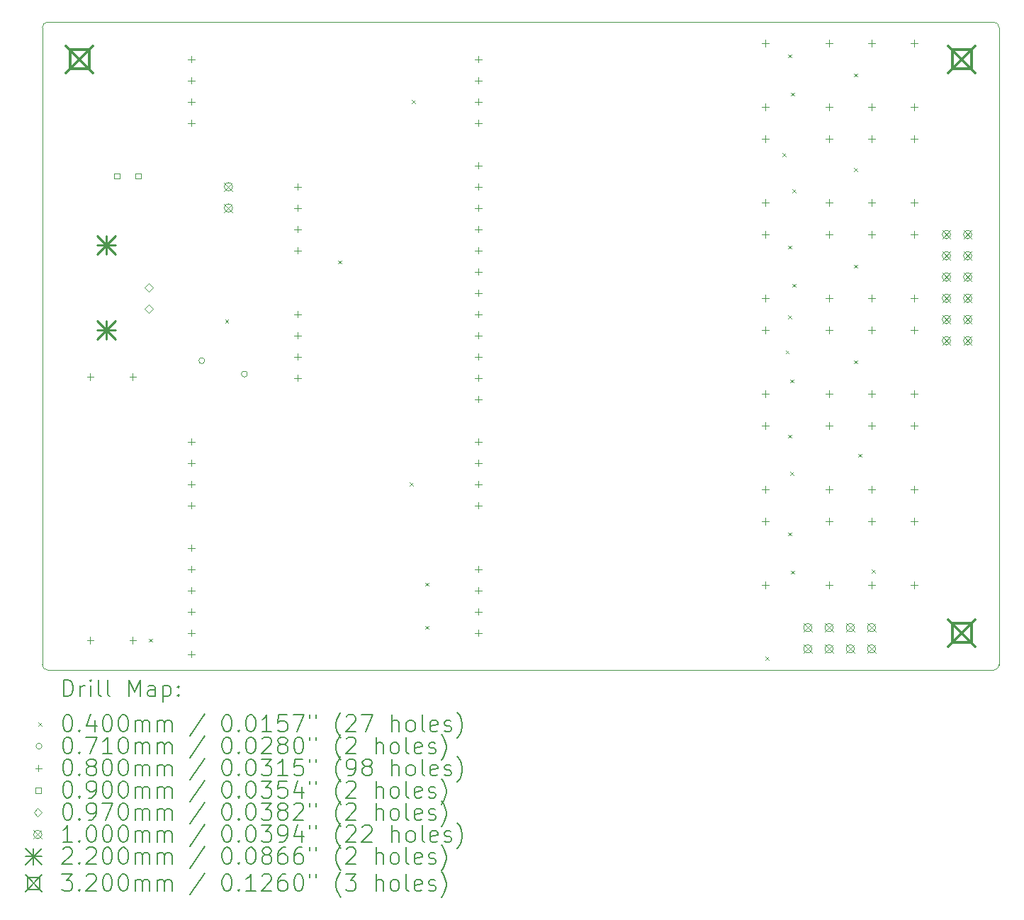
<source format=gbr>
%TF.GenerationSoftware,KiCad,Pcbnew,6.0.9-8da3e8f707~116~ubuntu20.04.1*%
%TF.CreationDate,2023-03-20T15:28:37+01:00*%
%TF.ProjectId,six_to_six,7369785f-746f-45f7-9369-782e6b696361,rev?*%
%TF.SameCoordinates,Original*%
%TF.FileFunction,Drillmap*%
%TF.FilePolarity,Positive*%
%FSLAX45Y45*%
G04 Gerber Fmt 4.5, Leading zero omitted, Abs format (unit mm)*
G04 Created by KiCad (PCBNEW 6.0.9-8da3e8f707~116~ubuntu20.04.1) date 2023-03-20 15:28:37*
%MOMM*%
%LPD*%
G01*
G04 APERTURE LIST*
%ADD10C,0.100000*%
%ADD11C,0.200000*%
%ADD12C,0.040000*%
%ADD13C,0.071000*%
%ADD14C,0.080000*%
%ADD15C,0.090000*%
%ADD16C,0.097000*%
%ADD17C,0.220000*%
%ADD18C,0.320000*%
G04 APERTURE END LIST*
D10*
X64198500Y-15938500D02*
G75*
G03*
X64135000Y-16002000I0J-63500D01*
G01*
X75501500Y-15938500D02*
X64198500Y-15938500D01*
X75501500Y-23685500D02*
X64198500Y-23685500D01*
X75501500Y-23685500D02*
G75*
G03*
X75565000Y-23622000I0J63500D01*
G01*
X64135000Y-23622000D02*
G75*
G03*
X64198500Y-23685500I63500J0D01*
G01*
X75565000Y-16002000D02*
G75*
G03*
X75501500Y-15938500I-63500J0D01*
G01*
X64135000Y-16002000D02*
X64135000Y-23622000D01*
X75565000Y-16002000D02*
X75565000Y-23622000D01*
D11*
D12*
X65410400Y-23309900D02*
X65450400Y-23349900D01*
X65450400Y-23309900D02*
X65410400Y-23349900D01*
X66318000Y-19494000D02*
X66358000Y-19534000D01*
X66358000Y-19494000D02*
X66318000Y-19534000D01*
X67671000Y-18788700D02*
X67711000Y-18828700D01*
X67711000Y-18788700D02*
X67671000Y-18828700D01*
X68521900Y-21443000D02*
X68561900Y-21483000D01*
X68561900Y-21443000D02*
X68521900Y-21483000D01*
X68547300Y-16871000D02*
X68587300Y-16911000D01*
X68587300Y-16871000D02*
X68547300Y-16911000D01*
X68710200Y-22639000D02*
X68750200Y-22679000D01*
X68750200Y-22639000D02*
X68710200Y-22679000D01*
X68712400Y-23157500D02*
X68752400Y-23197500D01*
X68752400Y-23157500D02*
X68712400Y-23197500D01*
X72776400Y-23525800D02*
X72816400Y-23565800D01*
X72816400Y-23525800D02*
X72776400Y-23565800D01*
X72979600Y-17506000D02*
X73019600Y-17546000D01*
X73019600Y-17506000D02*
X72979600Y-17546000D01*
X73015000Y-19863600D02*
X73055000Y-19903600D01*
X73055000Y-19863600D02*
X73015000Y-19903600D01*
X73043100Y-16324900D02*
X73083100Y-16364900D01*
X73083100Y-16324900D02*
X73043100Y-16364900D01*
X73043100Y-18610900D02*
X73083100Y-18650900D01*
X73083100Y-18610900D02*
X73043100Y-18650900D01*
X73043100Y-20871500D02*
X73083100Y-20911500D01*
X73083100Y-20871500D02*
X73043100Y-20911500D01*
X73043100Y-22039900D02*
X73083100Y-22079900D01*
X73083100Y-22039900D02*
X73043100Y-22079900D01*
X73045700Y-19446500D02*
X73085700Y-19486500D01*
X73085700Y-19446500D02*
X73045700Y-19486500D01*
X73068500Y-20211100D02*
X73108500Y-20251100D01*
X73108500Y-20211100D02*
X73068500Y-20251100D01*
X73068500Y-21316000D02*
X73108500Y-21356000D01*
X73108500Y-21316000D02*
X73068500Y-21356000D01*
X73081200Y-16782100D02*
X73121200Y-16822100D01*
X73121200Y-16782100D02*
X73081200Y-16822100D01*
X73081200Y-22497100D02*
X73121200Y-22537100D01*
X73121200Y-22497100D02*
X73081200Y-22537100D01*
X73093900Y-17937800D02*
X73133900Y-17977800D01*
X73133900Y-17937800D02*
X73093900Y-17977800D01*
X73093900Y-19068100D02*
X73133900Y-19108100D01*
X73133900Y-19068100D02*
X73093900Y-19108100D01*
X73830500Y-16553500D02*
X73870500Y-16593500D01*
X73870500Y-16553500D02*
X73830500Y-16593500D01*
X73830500Y-17685500D02*
X73870500Y-17725500D01*
X73870500Y-17685500D02*
X73830500Y-17725500D01*
X73830500Y-18839500D02*
X73870500Y-18879500D01*
X73870500Y-18839500D02*
X73830500Y-18879500D01*
X73830500Y-19982500D02*
X73870500Y-20022500D01*
X73870500Y-19982500D02*
X73830500Y-20022500D01*
X73881300Y-21100100D02*
X73921300Y-21140100D01*
X73921300Y-21100100D02*
X73881300Y-21140100D01*
X74046400Y-22484400D02*
X74086400Y-22524400D01*
X74086400Y-22484400D02*
X74046400Y-22524400D01*
D13*
X66074500Y-19986000D02*
G75*
G03*
X66074500Y-19986000I-35500J0D01*
G01*
X66584500Y-20146000D02*
G75*
G03*
X66584500Y-20146000I-35500J0D01*
G01*
D14*
X64706500Y-20140300D02*
X64706500Y-20220300D01*
X64666500Y-20180300D02*
X64746500Y-20180300D01*
X64706500Y-23289900D02*
X64706500Y-23369900D01*
X64666500Y-23329900D02*
X64746500Y-23329900D01*
X65214500Y-20140300D02*
X65214500Y-20220300D01*
X65174500Y-20180300D02*
X65254500Y-20180300D01*
X65214500Y-23289900D02*
X65214500Y-23369900D01*
X65174500Y-23329900D02*
X65254500Y-23329900D01*
X65913000Y-16343000D02*
X65913000Y-16423000D01*
X65873000Y-16383000D02*
X65953000Y-16383000D01*
X65913000Y-16597000D02*
X65913000Y-16677000D01*
X65873000Y-16637000D02*
X65953000Y-16637000D01*
X65913000Y-16851000D02*
X65913000Y-16931000D01*
X65873000Y-16891000D02*
X65953000Y-16891000D01*
X65913000Y-17105000D02*
X65913000Y-17185000D01*
X65873000Y-17145000D02*
X65953000Y-17145000D01*
X65913000Y-20915000D02*
X65913000Y-20995000D01*
X65873000Y-20955000D02*
X65953000Y-20955000D01*
X65913000Y-21169000D02*
X65913000Y-21249000D01*
X65873000Y-21209000D02*
X65953000Y-21209000D01*
X65913000Y-21423000D02*
X65913000Y-21503000D01*
X65873000Y-21463000D02*
X65953000Y-21463000D01*
X65913000Y-21677000D02*
X65913000Y-21757000D01*
X65873000Y-21717000D02*
X65953000Y-21717000D01*
X65913000Y-22185000D02*
X65913000Y-22265000D01*
X65873000Y-22225000D02*
X65953000Y-22225000D01*
X65913000Y-22439000D02*
X65913000Y-22519000D01*
X65873000Y-22479000D02*
X65953000Y-22479000D01*
X65913000Y-22693000D02*
X65913000Y-22773000D01*
X65873000Y-22733000D02*
X65953000Y-22733000D01*
X65913000Y-22947000D02*
X65913000Y-23027000D01*
X65873000Y-22987000D02*
X65953000Y-22987000D01*
X65913000Y-23201000D02*
X65913000Y-23281000D01*
X65873000Y-23241000D02*
X65953000Y-23241000D01*
X65913000Y-23455000D02*
X65913000Y-23535000D01*
X65873000Y-23495000D02*
X65953000Y-23495000D01*
X67183000Y-17867000D02*
X67183000Y-17947000D01*
X67143000Y-17907000D02*
X67223000Y-17907000D01*
X67183000Y-18121000D02*
X67183000Y-18201000D01*
X67143000Y-18161000D02*
X67223000Y-18161000D01*
X67183000Y-18375000D02*
X67183000Y-18455000D01*
X67143000Y-18415000D02*
X67223000Y-18415000D01*
X67183000Y-18629000D02*
X67183000Y-18709000D01*
X67143000Y-18669000D02*
X67223000Y-18669000D01*
X67183000Y-19391000D02*
X67183000Y-19471000D01*
X67143000Y-19431000D02*
X67223000Y-19431000D01*
X67183000Y-19645000D02*
X67183000Y-19725000D01*
X67143000Y-19685000D02*
X67223000Y-19685000D01*
X67183000Y-19899000D02*
X67183000Y-19979000D01*
X67143000Y-19939000D02*
X67223000Y-19939000D01*
X67183000Y-20153000D02*
X67183000Y-20233000D01*
X67143000Y-20193000D02*
X67223000Y-20193000D01*
X69342000Y-16343000D02*
X69342000Y-16423000D01*
X69302000Y-16383000D02*
X69382000Y-16383000D01*
X69342000Y-16597000D02*
X69342000Y-16677000D01*
X69302000Y-16637000D02*
X69382000Y-16637000D01*
X69342000Y-16851000D02*
X69342000Y-16931000D01*
X69302000Y-16891000D02*
X69382000Y-16891000D01*
X69342000Y-17105000D02*
X69342000Y-17185000D01*
X69302000Y-17145000D02*
X69382000Y-17145000D01*
X69342000Y-17613000D02*
X69342000Y-17693000D01*
X69302000Y-17653000D02*
X69382000Y-17653000D01*
X69342000Y-17867000D02*
X69342000Y-17947000D01*
X69302000Y-17907000D02*
X69382000Y-17907000D01*
X69342000Y-18121000D02*
X69342000Y-18201000D01*
X69302000Y-18161000D02*
X69382000Y-18161000D01*
X69342000Y-18375000D02*
X69342000Y-18455000D01*
X69302000Y-18415000D02*
X69382000Y-18415000D01*
X69342000Y-18629000D02*
X69342000Y-18709000D01*
X69302000Y-18669000D02*
X69382000Y-18669000D01*
X69342000Y-18883000D02*
X69342000Y-18963000D01*
X69302000Y-18923000D02*
X69382000Y-18923000D01*
X69342000Y-19137000D02*
X69342000Y-19217000D01*
X69302000Y-19177000D02*
X69382000Y-19177000D01*
X69342000Y-19391000D02*
X69342000Y-19471000D01*
X69302000Y-19431000D02*
X69382000Y-19431000D01*
X69342000Y-19645000D02*
X69342000Y-19725000D01*
X69302000Y-19685000D02*
X69382000Y-19685000D01*
X69342000Y-19899000D02*
X69342000Y-19979000D01*
X69302000Y-19939000D02*
X69382000Y-19939000D01*
X69342000Y-20153000D02*
X69342000Y-20233000D01*
X69302000Y-20193000D02*
X69382000Y-20193000D01*
X69342000Y-20407000D02*
X69342000Y-20487000D01*
X69302000Y-20447000D02*
X69382000Y-20447000D01*
X69342000Y-20915000D02*
X69342000Y-20995000D01*
X69302000Y-20955000D02*
X69382000Y-20955000D01*
X69342000Y-21169000D02*
X69342000Y-21249000D01*
X69302000Y-21209000D02*
X69382000Y-21209000D01*
X69342000Y-21423000D02*
X69342000Y-21503000D01*
X69302000Y-21463000D02*
X69382000Y-21463000D01*
X69342000Y-21677000D02*
X69342000Y-21757000D01*
X69302000Y-21717000D02*
X69382000Y-21717000D01*
X69342000Y-22439000D02*
X69342000Y-22519000D01*
X69302000Y-22479000D02*
X69382000Y-22479000D01*
X69342000Y-22693000D02*
X69342000Y-22773000D01*
X69302000Y-22733000D02*
X69382000Y-22733000D01*
X69342000Y-22947000D02*
X69342000Y-23027000D01*
X69302000Y-22987000D02*
X69382000Y-22987000D01*
X69342000Y-23201000D02*
X69342000Y-23281000D01*
X69302000Y-23241000D02*
X69382000Y-23241000D01*
X72771000Y-16152500D02*
X72771000Y-16232500D01*
X72731000Y-16192500D02*
X72811000Y-16192500D01*
X72771000Y-16914500D02*
X72771000Y-16994500D01*
X72731000Y-16954500D02*
X72811000Y-16954500D01*
X72771000Y-17295500D02*
X72771000Y-17375500D01*
X72731000Y-17335500D02*
X72811000Y-17335500D01*
X72771000Y-18057500D02*
X72771000Y-18137500D01*
X72731000Y-18097500D02*
X72811000Y-18097500D01*
X72771000Y-18438500D02*
X72771000Y-18518500D01*
X72731000Y-18478500D02*
X72811000Y-18478500D01*
X72771000Y-19200500D02*
X72771000Y-19280500D01*
X72731000Y-19240500D02*
X72811000Y-19240500D01*
X72771000Y-19581500D02*
X72771000Y-19661500D01*
X72731000Y-19621500D02*
X72811000Y-19621500D01*
X72771000Y-20343500D02*
X72771000Y-20423500D01*
X72731000Y-20383500D02*
X72811000Y-20383500D01*
X72771000Y-20724500D02*
X72771000Y-20804500D01*
X72731000Y-20764500D02*
X72811000Y-20764500D01*
X72771000Y-21486500D02*
X72771000Y-21566500D01*
X72731000Y-21526500D02*
X72811000Y-21526500D01*
X72771000Y-21867500D02*
X72771000Y-21947500D01*
X72731000Y-21907500D02*
X72811000Y-21907500D01*
X72771000Y-22629500D02*
X72771000Y-22709500D01*
X72731000Y-22669500D02*
X72811000Y-22669500D01*
X73533000Y-16152500D02*
X73533000Y-16232500D01*
X73493000Y-16192500D02*
X73573000Y-16192500D01*
X73533000Y-16914500D02*
X73533000Y-16994500D01*
X73493000Y-16954500D02*
X73573000Y-16954500D01*
X73533000Y-17295500D02*
X73533000Y-17375500D01*
X73493000Y-17335500D02*
X73573000Y-17335500D01*
X73533000Y-18057500D02*
X73533000Y-18137500D01*
X73493000Y-18097500D02*
X73573000Y-18097500D01*
X73533000Y-18438500D02*
X73533000Y-18518500D01*
X73493000Y-18478500D02*
X73573000Y-18478500D01*
X73533000Y-19200500D02*
X73533000Y-19280500D01*
X73493000Y-19240500D02*
X73573000Y-19240500D01*
X73533000Y-19581500D02*
X73533000Y-19661500D01*
X73493000Y-19621500D02*
X73573000Y-19621500D01*
X73533000Y-20343500D02*
X73533000Y-20423500D01*
X73493000Y-20383500D02*
X73573000Y-20383500D01*
X73533000Y-20724500D02*
X73533000Y-20804500D01*
X73493000Y-20764500D02*
X73573000Y-20764500D01*
X73533000Y-21486500D02*
X73533000Y-21566500D01*
X73493000Y-21526500D02*
X73573000Y-21526500D01*
X73533000Y-21867500D02*
X73533000Y-21947500D01*
X73493000Y-21907500D02*
X73573000Y-21907500D01*
X73533000Y-22629500D02*
X73533000Y-22709500D01*
X73493000Y-22669500D02*
X73573000Y-22669500D01*
X74041000Y-16152500D02*
X74041000Y-16232500D01*
X74001000Y-16192500D02*
X74081000Y-16192500D01*
X74041000Y-16914500D02*
X74041000Y-16994500D01*
X74001000Y-16954500D02*
X74081000Y-16954500D01*
X74041000Y-17295500D02*
X74041000Y-17375500D01*
X74001000Y-17335500D02*
X74081000Y-17335500D01*
X74041000Y-18057500D02*
X74041000Y-18137500D01*
X74001000Y-18097500D02*
X74081000Y-18097500D01*
X74041000Y-18438500D02*
X74041000Y-18518500D01*
X74001000Y-18478500D02*
X74081000Y-18478500D01*
X74041000Y-19200500D02*
X74041000Y-19280500D01*
X74001000Y-19240500D02*
X74081000Y-19240500D01*
X74041000Y-19581500D02*
X74041000Y-19661500D01*
X74001000Y-19621500D02*
X74081000Y-19621500D01*
X74041000Y-20343500D02*
X74041000Y-20423500D01*
X74001000Y-20383500D02*
X74081000Y-20383500D01*
X74041000Y-20724500D02*
X74041000Y-20804500D01*
X74001000Y-20764500D02*
X74081000Y-20764500D01*
X74041000Y-21486500D02*
X74041000Y-21566500D01*
X74001000Y-21526500D02*
X74081000Y-21526500D01*
X74041000Y-21867500D02*
X74041000Y-21947500D01*
X74001000Y-21907500D02*
X74081000Y-21907500D01*
X74041000Y-22629500D02*
X74041000Y-22709500D01*
X74001000Y-22669500D02*
X74081000Y-22669500D01*
X74549000Y-16152500D02*
X74549000Y-16232500D01*
X74509000Y-16192500D02*
X74589000Y-16192500D01*
X74549000Y-16914500D02*
X74549000Y-16994500D01*
X74509000Y-16954500D02*
X74589000Y-16954500D01*
X74549000Y-17295500D02*
X74549000Y-17375500D01*
X74509000Y-17335500D02*
X74589000Y-17335500D01*
X74549000Y-18057500D02*
X74549000Y-18137500D01*
X74509000Y-18097500D02*
X74589000Y-18097500D01*
X74549000Y-18438500D02*
X74549000Y-18518500D01*
X74509000Y-18478500D02*
X74589000Y-18478500D01*
X74549000Y-19200500D02*
X74549000Y-19280500D01*
X74509000Y-19240500D02*
X74589000Y-19240500D01*
X74549000Y-19581500D02*
X74549000Y-19661500D01*
X74509000Y-19621500D02*
X74589000Y-19621500D01*
X74549000Y-20343500D02*
X74549000Y-20423500D01*
X74509000Y-20383500D02*
X74589000Y-20383500D01*
X74549000Y-20724500D02*
X74549000Y-20804500D01*
X74509000Y-20764500D02*
X74589000Y-20764500D01*
X74549000Y-21486500D02*
X74549000Y-21566500D01*
X74509000Y-21526500D02*
X74589000Y-21526500D01*
X74549000Y-21867500D02*
X74549000Y-21947500D01*
X74509000Y-21907500D02*
X74589000Y-21907500D01*
X74549000Y-22629500D02*
X74549000Y-22709500D01*
X74509000Y-22669500D02*
X74589000Y-22669500D01*
D15*
X65055820Y-17811820D02*
X65055820Y-17748180D01*
X64992180Y-17748180D01*
X64992180Y-17811820D01*
X65055820Y-17811820D01*
X65309820Y-17811820D02*
X65309820Y-17748180D01*
X65246180Y-17748180D01*
X65246180Y-17811820D01*
X65309820Y-17811820D01*
D16*
X65405000Y-19162000D02*
X65453500Y-19113500D01*
X65405000Y-19065000D01*
X65356500Y-19113500D01*
X65405000Y-19162000D01*
X65405000Y-19416000D02*
X65453500Y-19367500D01*
X65405000Y-19319000D01*
X65356500Y-19367500D01*
X65405000Y-19416000D01*
D10*
X66307500Y-17857000D02*
X66407500Y-17957000D01*
X66407500Y-17857000D02*
X66307500Y-17957000D01*
X66407500Y-17907000D02*
G75*
G03*
X66407500Y-17907000I-50000J0D01*
G01*
X66307500Y-18111000D02*
X66407500Y-18211000D01*
X66407500Y-18111000D02*
X66307500Y-18211000D01*
X66407500Y-18161000D02*
G75*
G03*
X66407500Y-18161000I-50000J0D01*
G01*
X73229000Y-23127500D02*
X73329000Y-23227500D01*
X73329000Y-23127500D02*
X73229000Y-23227500D01*
X73329000Y-23177500D02*
G75*
G03*
X73329000Y-23177500I-50000J0D01*
G01*
X73229000Y-23381500D02*
X73329000Y-23481500D01*
X73329000Y-23381500D02*
X73229000Y-23481500D01*
X73329000Y-23431500D02*
G75*
G03*
X73329000Y-23431500I-50000J0D01*
G01*
X73483000Y-23127500D02*
X73583000Y-23227500D01*
X73583000Y-23127500D02*
X73483000Y-23227500D01*
X73583000Y-23177500D02*
G75*
G03*
X73583000Y-23177500I-50000J0D01*
G01*
X73483000Y-23381500D02*
X73583000Y-23481500D01*
X73583000Y-23381500D02*
X73483000Y-23481500D01*
X73583000Y-23431500D02*
G75*
G03*
X73583000Y-23431500I-50000J0D01*
G01*
X73737000Y-23127500D02*
X73837000Y-23227500D01*
X73837000Y-23127500D02*
X73737000Y-23227500D01*
X73837000Y-23177500D02*
G75*
G03*
X73837000Y-23177500I-50000J0D01*
G01*
X73737000Y-23381500D02*
X73837000Y-23481500D01*
X73837000Y-23381500D02*
X73737000Y-23481500D01*
X73837000Y-23431500D02*
G75*
G03*
X73837000Y-23431500I-50000J0D01*
G01*
X73991000Y-23127500D02*
X74091000Y-23227500D01*
X74091000Y-23127500D02*
X73991000Y-23227500D01*
X74091000Y-23177500D02*
G75*
G03*
X74091000Y-23177500I-50000J0D01*
G01*
X73991000Y-23381500D02*
X74091000Y-23481500D01*
X74091000Y-23381500D02*
X73991000Y-23481500D01*
X74091000Y-23431500D02*
G75*
G03*
X74091000Y-23431500I-50000J0D01*
G01*
X74886500Y-18428500D02*
X74986500Y-18528500D01*
X74986500Y-18428500D02*
X74886500Y-18528500D01*
X74986500Y-18478500D02*
G75*
G03*
X74986500Y-18478500I-50000J0D01*
G01*
X74886500Y-18682500D02*
X74986500Y-18782500D01*
X74986500Y-18682500D02*
X74886500Y-18782500D01*
X74986500Y-18732500D02*
G75*
G03*
X74986500Y-18732500I-50000J0D01*
G01*
X74886500Y-18936500D02*
X74986500Y-19036500D01*
X74986500Y-18936500D02*
X74886500Y-19036500D01*
X74986500Y-18986500D02*
G75*
G03*
X74986500Y-18986500I-50000J0D01*
G01*
X74886500Y-19190500D02*
X74986500Y-19290500D01*
X74986500Y-19190500D02*
X74886500Y-19290500D01*
X74986500Y-19240500D02*
G75*
G03*
X74986500Y-19240500I-50000J0D01*
G01*
X74886500Y-19444500D02*
X74986500Y-19544500D01*
X74986500Y-19444500D02*
X74886500Y-19544500D01*
X74986500Y-19494500D02*
G75*
G03*
X74986500Y-19494500I-50000J0D01*
G01*
X74886500Y-19698500D02*
X74986500Y-19798500D01*
X74986500Y-19698500D02*
X74886500Y-19798500D01*
X74986500Y-19748500D02*
G75*
G03*
X74986500Y-19748500I-50000J0D01*
G01*
X75140500Y-18428500D02*
X75240500Y-18528500D01*
X75240500Y-18428500D02*
X75140500Y-18528500D01*
X75240500Y-18478500D02*
G75*
G03*
X75240500Y-18478500I-50000J0D01*
G01*
X75140500Y-18682500D02*
X75240500Y-18782500D01*
X75240500Y-18682500D02*
X75140500Y-18782500D01*
X75240500Y-18732500D02*
G75*
G03*
X75240500Y-18732500I-50000J0D01*
G01*
X75140500Y-18936500D02*
X75240500Y-19036500D01*
X75240500Y-18936500D02*
X75140500Y-19036500D01*
X75240500Y-18986500D02*
G75*
G03*
X75240500Y-18986500I-50000J0D01*
G01*
X75140500Y-19190500D02*
X75240500Y-19290500D01*
X75240500Y-19190500D02*
X75140500Y-19290500D01*
X75240500Y-19240500D02*
G75*
G03*
X75240500Y-19240500I-50000J0D01*
G01*
X75140500Y-19444500D02*
X75240500Y-19544500D01*
X75240500Y-19444500D02*
X75140500Y-19544500D01*
X75240500Y-19494500D02*
G75*
G03*
X75240500Y-19494500I-50000J0D01*
G01*
X75140500Y-19698500D02*
X75240500Y-19798500D01*
X75240500Y-19698500D02*
X75140500Y-19798500D01*
X75240500Y-19748500D02*
G75*
G03*
X75240500Y-19748500I-50000J0D01*
G01*
D17*
X64787000Y-18495500D02*
X65007000Y-18715500D01*
X65007000Y-18495500D02*
X64787000Y-18715500D01*
X64897000Y-18495500D02*
X64897000Y-18715500D01*
X64787000Y-18605500D02*
X65007000Y-18605500D01*
X64787000Y-19511500D02*
X65007000Y-19731500D01*
X65007000Y-19511500D02*
X64787000Y-19731500D01*
X64897000Y-19511500D02*
X64897000Y-19731500D01*
X64787000Y-19621500D02*
X65007000Y-19621500D01*
D18*
X64419500Y-16223000D02*
X64739500Y-16543000D01*
X64739500Y-16223000D02*
X64419500Y-16543000D01*
X64692638Y-16496138D02*
X64692638Y-16269862D01*
X64466362Y-16269862D01*
X64466362Y-16496138D01*
X64692638Y-16496138D01*
X74960500Y-16223000D02*
X75280500Y-16543000D01*
X75280500Y-16223000D02*
X74960500Y-16543000D01*
X75233638Y-16496138D02*
X75233638Y-16269862D01*
X75007362Y-16269862D01*
X75007362Y-16496138D01*
X75233638Y-16496138D01*
X74960500Y-23081000D02*
X75280500Y-23401000D01*
X75280500Y-23081000D02*
X74960500Y-23401000D01*
X75233638Y-23354138D02*
X75233638Y-23127862D01*
X75007362Y-23127862D01*
X75007362Y-23354138D01*
X75233638Y-23354138D01*
D11*
X64387619Y-24000976D02*
X64387619Y-23800976D01*
X64435238Y-23800976D01*
X64463809Y-23810500D01*
X64482857Y-23829548D01*
X64492381Y-23848595D01*
X64501905Y-23886690D01*
X64501905Y-23915262D01*
X64492381Y-23953357D01*
X64482857Y-23972405D01*
X64463809Y-23991452D01*
X64435238Y-24000976D01*
X64387619Y-24000976D01*
X64587619Y-24000976D02*
X64587619Y-23867643D01*
X64587619Y-23905738D02*
X64597143Y-23886690D01*
X64606667Y-23877167D01*
X64625714Y-23867643D01*
X64644762Y-23867643D01*
X64711428Y-24000976D02*
X64711428Y-23867643D01*
X64711428Y-23800976D02*
X64701905Y-23810500D01*
X64711428Y-23820024D01*
X64720952Y-23810500D01*
X64711428Y-23800976D01*
X64711428Y-23820024D01*
X64835238Y-24000976D02*
X64816190Y-23991452D01*
X64806667Y-23972405D01*
X64806667Y-23800976D01*
X64940000Y-24000976D02*
X64920952Y-23991452D01*
X64911428Y-23972405D01*
X64911428Y-23800976D01*
X65168571Y-24000976D02*
X65168571Y-23800976D01*
X65235238Y-23943833D01*
X65301905Y-23800976D01*
X65301905Y-24000976D01*
X65482857Y-24000976D02*
X65482857Y-23896214D01*
X65473333Y-23877167D01*
X65454286Y-23867643D01*
X65416190Y-23867643D01*
X65397143Y-23877167D01*
X65482857Y-23991452D02*
X65463809Y-24000976D01*
X65416190Y-24000976D01*
X65397143Y-23991452D01*
X65387619Y-23972405D01*
X65387619Y-23953357D01*
X65397143Y-23934309D01*
X65416190Y-23924786D01*
X65463809Y-23924786D01*
X65482857Y-23915262D01*
X65578095Y-23867643D02*
X65578095Y-24067643D01*
X65578095Y-23877167D02*
X65597143Y-23867643D01*
X65635238Y-23867643D01*
X65654286Y-23877167D01*
X65663809Y-23886690D01*
X65673333Y-23905738D01*
X65673333Y-23962881D01*
X65663809Y-23981928D01*
X65654286Y-23991452D01*
X65635238Y-24000976D01*
X65597143Y-24000976D01*
X65578095Y-23991452D01*
X65759048Y-23981928D02*
X65768571Y-23991452D01*
X65759048Y-24000976D01*
X65749524Y-23991452D01*
X65759048Y-23981928D01*
X65759048Y-24000976D01*
X65759048Y-23877167D02*
X65768571Y-23886690D01*
X65759048Y-23896214D01*
X65749524Y-23886690D01*
X65759048Y-23877167D01*
X65759048Y-23896214D01*
D12*
X64090000Y-24310500D02*
X64130000Y-24350500D01*
X64130000Y-24310500D02*
X64090000Y-24350500D01*
D11*
X64425714Y-24220976D02*
X64444762Y-24220976D01*
X64463809Y-24230500D01*
X64473333Y-24240024D01*
X64482857Y-24259071D01*
X64492381Y-24297167D01*
X64492381Y-24344786D01*
X64482857Y-24382881D01*
X64473333Y-24401928D01*
X64463809Y-24411452D01*
X64444762Y-24420976D01*
X64425714Y-24420976D01*
X64406667Y-24411452D01*
X64397143Y-24401928D01*
X64387619Y-24382881D01*
X64378095Y-24344786D01*
X64378095Y-24297167D01*
X64387619Y-24259071D01*
X64397143Y-24240024D01*
X64406667Y-24230500D01*
X64425714Y-24220976D01*
X64578095Y-24401928D02*
X64587619Y-24411452D01*
X64578095Y-24420976D01*
X64568571Y-24411452D01*
X64578095Y-24401928D01*
X64578095Y-24420976D01*
X64759048Y-24287643D02*
X64759048Y-24420976D01*
X64711428Y-24211452D02*
X64663809Y-24354309D01*
X64787619Y-24354309D01*
X64901905Y-24220976D02*
X64920952Y-24220976D01*
X64940000Y-24230500D01*
X64949524Y-24240024D01*
X64959048Y-24259071D01*
X64968571Y-24297167D01*
X64968571Y-24344786D01*
X64959048Y-24382881D01*
X64949524Y-24401928D01*
X64940000Y-24411452D01*
X64920952Y-24420976D01*
X64901905Y-24420976D01*
X64882857Y-24411452D01*
X64873333Y-24401928D01*
X64863809Y-24382881D01*
X64854286Y-24344786D01*
X64854286Y-24297167D01*
X64863809Y-24259071D01*
X64873333Y-24240024D01*
X64882857Y-24230500D01*
X64901905Y-24220976D01*
X65092381Y-24220976D02*
X65111428Y-24220976D01*
X65130476Y-24230500D01*
X65140000Y-24240024D01*
X65149524Y-24259071D01*
X65159048Y-24297167D01*
X65159048Y-24344786D01*
X65149524Y-24382881D01*
X65140000Y-24401928D01*
X65130476Y-24411452D01*
X65111428Y-24420976D01*
X65092381Y-24420976D01*
X65073333Y-24411452D01*
X65063809Y-24401928D01*
X65054286Y-24382881D01*
X65044762Y-24344786D01*
X65044762Y-24297167D01*
X65054286Y-24259071D01*
X65063809Y-24240024D01*
X65073333Y-24230500D01*
X65092381Y-24220976D01*
X65244762Y-24420976D02*
X65244762Y-24287643D01*
X65244762Y-24306690D02*
X65254286Y-24297167D01*
X65273333Y-24287643D01*
X65301905Y-24287643D01*
X65320952Y-24297167D01*
X65330476Y-24316214D01*
X65330476Y-24420976D01*
X65330476Y-24316214D02*
X65340000Y-24297167D01*
X65359048Y-24287643D01*
X65387619Y-24287643D01*
X65406667Y-24297167D01*
X65416190Y-24316214D01*
X65416190Y-24420976D01*
X65511428Y-24420976D02*
X65511428Y-24287643D01*
X65511428Y-24306690D02*
X65520952Y-24297167D01*
X65540000Y-24287643D01*
X65568571Y-24287643D01*
X65587619Y-24297167D01*
X65597143Y-24316214D01*
X65597143Y-24420976D01*
X65597143Y-24316214D02*
X65606667Y-24297167D01*
X65625714Y-24287643D01*
X65654286Y-24287643D01*
X65673333Y-24297167D01*
X65682857Y-24316214D01*
X65682857Y-24420976D01*
X66073333Y-24211452D02*
X65901905Y-24468595D01*
X66330476Y-24220976D02*
X66349524Y-24220976D01*
X66368571Y-24230500D01*
X66378095Y-24240024D01*
X66387619Y-24259071D01*
X66397143Y-24297167D01*
X66397143Y-24344786D01*
X66387619Y-24382881D01*
X66378095Y-24401928D01*
X66368571Y-24411452D01*
X66349524Y-24420976D01*
X66330476Y-24420976D01*
X66311428Y-24411452D01*
X66301905Y-24401928D01*
X66292381Y-24382881D01*
X66282857Y-24344786D01*
X66282857Y-24297167D01*
X66292381Y-24259071D01*
X66301905Y-24240024D01*
X66311428Y-24230500D01*
X66330476Y-24220976D01*
X66482857Y-24401928D02*
X66492381Y-24411452D01*
X66482857Y-24420976D01*
X66473333Y-24411452D01*
X66482857Y-24401928D01*
X66482857Y-24420976D01*
X66616190Y-24220976D02*
X66635238Y-24220976D01*
X66654286Y-24230500D01*
X66663809Y-24240024D01*
X66673333Y-24259071D01*
X66682857Y-24297167D01*
X66682857Y-24344786D01*
X66673333Y-24382881D01*
X66663809Y-24401928D01*
X66654286Y-24411452D01*
X66635238Y-24420976D01*
X66616190Y-24420976D01*
X66597143Y-24411452D01*
X66587619Y-24401928D01*
X66578095Y-24382881D01*
X66568571Y-24344786D01*
X66568571Y-24297167D01*
X66578095Y-24259071D01*
X66587619Y-24240024D01*
X66597143Y-24230500D01*
X66616190Y-24220976D01*
X66873333Y-24420976D02*
X66759048Y-24420976D01*
X66816190Y-24420976D02*
X66816190Y-24220976D01*
X66797143Y-24249548D01*
X66778095Y-24268595D01*
X66759048Y-24278119D01*
X67054286Y-24220976D02*
X66959048Y-24220976D01*
X66949524Y-24316214D01*
X66959048Y-24306690D01*
X66978095Y-24297167D01*
X67025714Y-24297167D01*
X67044762Y-24306690D01*
X67054286Y-24316214D01*
X67063809Y-24335262D01*
X67063809Y-24382881D01*
X67054286Y-24401928D01*
X67044762Y-24411452D01*
X67025714Y-24420976D01*
X66978095Y-24420976D01*
X66959048Y-24411452D01*
X66949524Y-24401928D01*
X67130476Y-24220976D02*
X67263810Y-24220976D01*
X67178095Y-24420976D01*
X67330476Y-24220976D02*
X67330476Y-24259071D01*
X67406667Y-24220976D02*
X67406667Y-24259071D01*
X67701905Y-24497167D02*
X67692381Y-24487643D01*
X67673333Y-24459071D01*
X67663810Y-24440024D01*
X67654286Y-24411452D01*
X67644762Y-24363833D01*
X67644762Y-24325738D01*
X67654286Y-24278119D01*
X67663810Y-24249548D01*
X67673333Y-24230500D01*
X67692381Y-24201928D01*
X67701905Y-24192405D01*
X67768571Y-24240024D02*
X67778095Y-24230500D01*
X67797143Y-24220976D01*
X67844762Y-24220976D01*
X67863810Y-24230500D01*
X67873333Y-24240024D01*
X67882857Y-24259071D01*
X67882857Y-24278119D01*
X67873333Y-24306690D01*
X67759048Y-24420976D01*
X67882857Y-24420976D01*
X67949524Y-24220976D02*
X68082857Y-24220976D01*
X67997143Y-24420976D01*
X68311429Y-24420976D02*
X68311429Y-24220976D01*
X68397143Y-24420976D02*
X68397143Y-24316214D01*
X68387619Y-24297167D01*
X68368571Y-24287643D01*
X68340000Y-24287643D01*
X68320952Y-24297167D01*
X68311429Y-24306690D01*
X68520952Y-24420976D02*
X68501905Y-24411452D01*
X68492381Y-24401928D01*
X68482857Y-24382881D01*
X68482857Y-24325738D01*
X68492381Y-24306690D01*
X68501905Y-24297167D01*
X68520952Y-24287643D01*
X68549524Y-24287643D01*
X68568571Y-24297167D01*
X68578095Y-24306690D01*
X68587619Y-24325738D01*
X68587619Y-24382881D01*
X68578095Y-24401928D01*
X68568571Y-24411452D01*
X68549524Y-24420976D01*
X68520952Y-24420976D01*
X68701905Y-24420976D02*
X68682857Y-24411452D01*
X68673333Y-24392405D01*
X68673333Y-24220976D01*
X68854286Y-24411452D02*
X68835238Y-24420976D01*
X68797143Y-24420976D01*
X68778095Y-24411452D01*
X68768571Y-24392405D01*
X68768571Y-24316214D01*
X68778095Y-24297167D01*
X68797143Y-24287643D01*
X68835238Y-24287643D01*
X68854286Y-24297167D01*
X68863810Y-24316214D01*
X68863810Y-24335262D01*
X68768571Y-24354309D01*
X68940000Y-24411452D02*
X68959048Y-24420976D01*
X68997143Y-24420976D01*
X69016190Y-24411452D01*
X69025714Y-24392405D01*
X69025714Y-24382881D01*
X69016190Y-24363833D01*
X68997143Y-24354309D01*
X68968571Y-24354309D01*
X68949524Y-24344786D01*
X68940000Y-24325738D01*
X68940000Y-24316214D01*
X68949524Y-24297167D01*
X68968571Y-24287643D01*
X68997143Y-24287643D01*
X69016190Y-24297167D01*
X69092381Y-24497167D02*
X69101905Y-24487643D01*
X69120952Y-24459071D01*
X69130476Y-24440024D01*
X69140000Y-24411452D01*
X69149524Y-24363833D01*
X69149524Y-24325738D01*
X69140000Y-24278119D01*
X69130476Y-24249548D01*
X69120952Y-24230500D01*
X69101905Y-24201928D01*
X69092381Y-24192405D01*
D13*
X64130000Y-24594500D02*
G75*
G03*
X64130000Y-24594500I-35500J0D01*
G01*
D11*
X64425714Y-24484976D02*
X64444762Y-24484976D01*
X64463809Y-24494500D01*
X64473333Y-24504024D01*
X64482857Y-24523071D01*
X64492381Y-24561167D01*
X64492381Y-24608786D01*
X64482857Y-24646881D01*
X64473333Y-24665928D01*
X64463809Y-24675452D01*
X64444762Y-24684976D01*
X64425714Y-24684976D01*
X64406667Y-24675452D01*
X64397143Y-24665928D01*
X64387619Y-24646881D01*
X64378095Y-24608786D01*
X64378095Y-24561167D01*
X64387619Y-24523071D01*
X64397143Y-24504024D01*
X64406667Y-24494500D01*
X64425714Y-24484976D01*
X64578095Y-24665928D02*
X64587619Y-24675452D01*
X64578095Y-24684976D01*
X64568571Y-24675452D01*
X64578095Y-24665928D01*
X64578095Y-24684976D01*
X64654286Y-24484976D02*
X64787619Y-24484976D01*
X64701905Y-24684976D01*
X64968571Y-24684976D02*
X64854286Y-24684976D01*
X64911428Y-24684976D02*
X64911428Y-24484976D01*
X64892381Y-24513548D01*
X64873333Y-24532595D01*
X64854286Y-24542119D01*
X65092381Y-24484976D02*
X65111428Y-24484976D01*
X65130476Y-24494500D01*
X65140000Y-24504024D01*
X65149524Y-24523071D01*
X65159048Y-24561167D01*
X65159048Y-24608786D01*
X65149524Y-24646881D01*
X65140000Y-24665928D01*
X65130476Y-24675452D01*
X65111428Y-24684976D01*
X65092381Y-24684976D01*
X65073333Y-24675452D01*
X65063809Y-24665928D01*
X65054286Y-24646881D01*
X65044762Y-24608786D01*
X65044762Y-24561167D01*
X65054286Y-24523071D01*
X65063809Y-24504024D01*
X65073333Y-24494500D01*
X65092381Y-24484976D01*
X65244762Y-24684976D02*
X65244762Y-24551643D01*
X65244762Y-24570690D02*
X65254286Y-24561167D01*
X65273333Y-24551643D01*
X65301905Y-24551643D01*
X65320952Y-24561167D01*
X65330476Y-24580214D01*
X65330476Y-24684976D01*
X65330476Y-24580214D02*
X65340000Y-24561167D01*
X65359048Y-24551643D01*
X65387619Y-24551643D01*
X65406667Y-24561167D01*
X65416190Y-24580214D01*
X65416190Y-24684976D01*
X65511428Y-24684976D02*
X65511428Y-24551643D01*
X65511428Y-24570690D02*
X65520952Y-24561167D01*
X65540000Y-24551643D01*
X65568571Y-24551643D01*
X65587619Y-24561167D01*
X65597143Y-24580214D01*
X65597143Y-24684976D01*
X65597143Y-24580214D02*
X65606667Y-24561167D01*
X65625714Y-24551643D01*
X65654286Y-24551643D01*
X65673333Y-24561167D01*
X65682857Y-24580214D01*
X65682857Y-24684976D01*
X66073333Y-24475452D02*
X65901905Y-24732595D01*
X66330476Y-24484976D02*
X66349524Y-24484976D01*
X66368571Y-24494500D01*
X66378095Y-24504024D01*
X66387619Y-24523071D01*
X66397143Y-24561167D01*
X66397143Y-24608786D01*
X66387619Y-24646881D01*
X66378095Y-24665928D01*
X66368571Y-24675452D01*
X66349524Y-24684976D01*
X66330476Y-24684976D01*
X66311428Y-24675452D01*
X66301905Y-24665928D01*
X66292381Y-24646881D01*
X66282857Y-24608786D01*
X66282857Y-24561167D01*
X66292381Y-24523071D01*
X66301905Y-24504024D01*
X66311428Y-24494500D01*
X66330476Y-24484976D01*
X66482857Y-24665928D02*
X66492381Y-24675452D01*
X66482857Y-24684976D01*
X66473333Y-24675452D01*
X66482857Y-24665928D01*
X66482857Y-24684976D01*
X66616190Y-24484976D02*
X66635238Y-24484976D01*
X66654286Y-24494500D01*
X66663809Y-24504024D01*
X66673333Y-24523071D01*
X66682857Y-24561167D01*
X66682857Y-24608786D01*
X66673333Y-24646881D01*
X66663809Y-24665928D01*
X66654286Y-24675452D01*
X66635238Y-24684976D01*
X66616190Y-24684976D01*
X66597143Y-24675452D01*
X66587619Y-24665928D01*
X66578095Y-24646881D01*
X66568571Y-24608786D01*
X66568571Y-24561167D01*
X66578095Y-24523071D01*
X66587619Y-24504024D01*
X66597143Y-24494500D01*
X66616190Y-24484976D01*
X66759048Y-24504024D02*
X66768571Y-24494500D01*
X66787619Y-24484976D01*
X66835238Y-24484976D01*
X66854286Y-24494500D01*
X66863809Y-24504024D01*
X66873333Y-24523071D01*
X66873333Y-24542119D01*
X66863809Y-24570690D01*
X66749524Y-24684976D01*
X66873333Y-24684976D01*
X66987619Y-24570690D02*
X66968571Y-24561167D01*
X66959048Y-24551643D01*
X66949524Y-24532595D01*
X66949524Y-24523071D01*
X66959048Y-24504024D01*
X66968571Y-24494500D01*
X66987619Y-24484976D01*
X67025714Y-24484976D01*
X67044762Y-24494500D01*
X67054286Y-24504024D01*
X67063809Y-24523071D01*
X67063809Y-24532595D01*
X67054286Y-24551643D01*
X67044762Y-24561167D01*
X67025714Y-24570690D01*
X66987619Y-24570690D01*
X66968571Y-24580214D01*
X66959048Y-24589738D01*
X66949524Y-24608786D01*
X66949524Y-24646881D01*
X66959048Y-24665928D01*
X66968571Y-24675452D01*
X66987619Y-24684976D01*
X67025714Y-24684976D01*
X67044762Y-24675452D01*
X67054286Y-24665928D01*
X67063809Y-24646881D01*
X67063809Y-24608786D01*
X67054286Y-24589738D01*
X67044762Y-24580214D01*
X67025714Y-24570690D01*
X67187619Y-24484976D02*
X67206667Y-24484976D01*
X67225714Y-24494500D01*
X67235238Y-24504024D01*
X67244762Y-24523071D01*
X67254286Y-24561167D01*
X67254286Y-24608786D01*
X67244762Y-24646881D01*
X67235238Y-24665928D01*
X67225714Y-24675452D01*
X67206667Y-24684976D01*
X67187619Y-24684976D01*
X67168571Y-24675452D01*
X67159048Y-24665928D01*
X67149524Y-24646881D01*
X67140000Y-24608786D01*
X67140000Y-24561167D01*
X67149524Y-24523071D01*
X67159048Y-24504024D01*
X67168571Y-24494500D01*
X67187619Y-24484976D01*
X67330476Y-24484976D02*
X67330476Y-24523071D01*
X67406667Y-24484976D02*
X67406667Y-24523071D01*
X67701905Y-24761167D02*
X67692381Y-24751643D01*
X67673333Y-24723071D01*
X67663810Y-24704024D01*
X67654286Y-24675452D01*
X67644762Y-24627833D01*
X67644762Y-24589738D01*
X67654286Y-24542119D01*
X67663810Y-24513548D01*
X67673333Y-24494500D01*
X67692381Y-24465928D01*
X67701905Y-24456405D01*
X67768571Y-24504024D02*
X67778095Y-24494500D01*
X67797143Y-24484976D01*
X67844762Y-24484976D01*
X67863810Y-24494500D01*
X67873333Y-24504024D01*
X67882857Y-24523071D01*
X67882857Y-24542119D01*
X67873333Y-24570690D01*
X67759048Y-24684976D01*
X67882857Y-24684976D01*
X68120952Y-24684976D02*
X68120952Y-24484976D01*
X68206667Y-24684976D02*
X68206667Y-24580214D01*
X68197143Y-24561167D01*
X68178095Y-24551643D01*
X68149524Y-24551643D01*
X68130476Y-24561167D01*
X68120952Y-24570690D01*
X68330476Y-24684976D02*
X68311429Y-24675452D01*
X68301905Y-24665928D01*
X68292381Y-24646881D01*
X68292381Y-24589738D01*
X68301905Y-24570690D01*
X68311429Y-24561167D01*
X68330476Y-24551643D01*
X68359048Y-24551643D01*
X68378095Y-24561167D01*
X68387619Y-24570690D01*
X68397143Y-24589738D01*
X68397143Y-24646881D01*
X68387619Y-24665928D01*
X68378095Y-24675452D01*
X68359048Y-24684976D01*
X68330476Y-24684976D01*
X68511429Y-24684976D02*
X68492381Y-24675452D01*
X68482857Y-24656405D01*
X68482857Y-24484976D01*
X68663810Y-24675452D02*
X68644762Y-24684976D01*
X68606667Y-24684976D01*
X68587619Y-24675452D01*
X68578095Y-24656405D01*
X68578095Y-24580214D01*
X68587619Y-24561167D01*
X68606667Y-24551643D01*
X68644762Y-24551643D01*
X68663810Y-24561167D01*
X68673333Y-24580214D01*
X68673333Y-24599262D01*
X68578095Y-24618309D01*
X68749524Y-24675452D02*
X68768571Y-24684976D01*
X68806667Y-24684976D01*
X68825714Y-24675452D01*
X68835238Y-24656405D01*
X68835238Y-24646881D01*
X68825714Y-24627833D01*
X68806667Y-24618309D01*
X68778095Y-24618309D01*
X68759048Y-24608786D01*
X68749524Y-24589738D01*
X68749524Y-24580214D01*
X68759048Y-24561167D01*
X68778095Y-24551643D01*
X68806667Y-24551643D01*
X68825714Y-24561167D01*
X68901905Y-24761167D02*
X68911429Y-24751643D01*
X68930476Y-24723071D01*
X68940000Y-24704024D01*
X68949524Y-24675452D01*
X68959048Y-24627833D01*
X68959048Y-24589738D01*
X68949524Y-24542119D01*
X68940000Y-24513548D01*
X68930476Y-24494500D01*
X68911429Y-24465928D01*
X68901905Y-24456405D01*
D14*
X64090000Y-24818500D02*
X64090000Y-24898500D01*
X64050000Y-24858500D02*
X64130000Y-24858500D01*
D11*
X64425714Y-24748976D02*
X64444762Y-24748976D01*
X64463809Y-24758500D01*
X64473333Y-24768024D01*
X64482857Y-24787071D01*
X64492381Y-24825167D01*
X64492381Y-24872786D01*
X64482857Y-24910881D01*
X64473333Y-24929928D01*
X64463809Y-24939452D01*
X64444762Y-24948976D01*
X64425714Y-24948976D01*
X64406667Y-24939452D01*
X64397143Y-24929928D01*
X64387619Y-24910881D01*
X64378095Y-24872786D01*
X64378095Y-24825167D01*
X64387619Y-24787071D01*
X64397143Y-24768024D01*
X64406667Y-24758500D01*
X64425714Y-24748976D01*
X64578095Y-24929928D02*
X64587619Y-24939452D01*
X64578095Y-24948976D01*
X64568571Y-24939452D01*
X64578095Y-24929928D01*
X64578095Y-24948976D01*
X64701905Y-24834690D02*
X64682857Y-24825167D01*
X64673333Y-24815643D01*
X64663809Y-24796595D01*
X64663809Y-24787071D01*
X64673333Y-24768024D01*
X64682857Y-24758500D01*
X64701905Y-24748976D01*
X64740000Y-24748976D01*
X64759048Y-24758500D01*
X64768571Y-24768024D01*
X64778095Y-24787071D01*
X64778095Y-24796595D01*
X64768571Y-24815643D01*
X64759048Y-24825167D01*
X64740000Y-24834690D01*
X64701905Y-24834690D01*
X64682857Y-24844214D01*
X64673333Y-24853738D01*
X64663809Y-24872786D01*
X64663809Y-24910881D01*
X64673333Y-24929928D01*
X64682857Y-24939452D01*
X64701905Y-24948976D01*
X64740000Y-24948976D01*
X64759048Y-24939452D01*
X64768571Y-24929928D01*
X64778095Y-24910881D01*
X64778095Y-24872786D01*
X64768571Y-24853738D01*
X64759048Y-24844214D01*
X64740000Y-24834690D01*
X64901905Y-24748976D02*
X64920952Y-24748976D01*
X64940000Y-24758500D01*
X64949524Y-24768024D01*
X64959048Y-24787071D01*
X64968571Y-24825167D01*
X64968571Y-24872786D01*
X64959048Y-24910881D01*
X64949524Y-24929928D01*
X64940000Y-24939452D01*
X64920952Y-24948976D01*
X64901905Y-24948976D01*
X64882857Y-24939452D01*
X64873333Y-24929928D01*
X64863809Y-24910881D01*
X64854286Y-24872786D01*
X64854286Y-24825167D01*
X64863809Y-24787071D01*
X64873333Y-24768024D01*
X64882857Y-24758500D01*
X64901905Y-24748976D01*
X65092381Y-24748976D02*
X65111428Y-24748976D01*
X65130476Y-24758500D01*
X65140000Y-24768024D01*
X65149524Y-24787071D01*
X65159048Y-24825167D01*
X65159048Y-24872786D01*
X65149524Y-24910881D01*
X65140000Y-24929928D01*
X65130476Y-24939452D01*
X65111428Y-24948976D01*
X65092381Y-24948976D01*
X65073333Y-24939452D01*
X65063809Y-24929928D01*
X65054286Y-24910881D01*
X65044762Y-24872786D01*
X65044762Y-24825167D01*
X65054286Y-24787071D01*
X65063809Y-24768024D01*
X65073333Y-24758500D01*
X65092381Y-24748976D01*
X65244762Y-24948976D02*
X65244762Y-24815643D01*
X65244762Y-24834690D02*
X65254286Y-24825167D01*
X65273333Y-24815643D01*
X65301905Y-24815643D01*
X65320952Y-24825167D01*
X65330476Y-24844214D01*
X65330476Y-24948976D01*
X65330476Y-24844214D02*
X65340000Y-24825167D01*
X65359048Y-24815643D01*
X65387619Y-24815643D01*
X65406667Y-24825167D01*
X65416190Y-24844214D01*
X65416190Y-24948976D01*
X65511428Y-24948976D02*
X65511428Y-24815643D01*
X65511428Y-24834690D02*
X65520952Y-24825167D01*
X65540000Y-24815643D01*
X65568571Y-24815643D01*
X65587619Y-24825167D01*
X65597143Y-24844214D01*
X65597143Y-24948976D01*
X65597143Y-24844214D02*
X65606667Y-24825167D01*
X65625714Y-24815643D01*
X65654286Y-24815643D01*
X65673333Y-24825167D01*
X65682857Y-24844214D01*
X65682857Y-24948976D01*
X66073333Y-24739452D02*
X65901905Y-24996595D01*
X66330476Y-24748976D02*
X66349524Y-24748976D01*
X66368571Y-24758500D01*
X66378095Y-24768024D01*
X66387619Y-24787071D01*
X66397143Y-24825167D01*
X66397143Y-24872786D01*
X66387619Y-24910881D01*
X66378095Y-24929928D01*
X66368571Y-24939452D01*
X66349524Y-24948976D01*
X66330476Y-24948976D01*
X66311428Y-24939452D01*
X66301905Y-24929928D01*
X66292381Y-24910881D01*
X66282857Y-24872786D01*
X66282857Y-24825167D01*
X66292381Y-24787071D01*
X66301905Y-24768024D01*
X66311428Y-24758500D01*
X66330476Y-24748976D01*
X66482857Y-24929928D02*
X66492381Y-24939452D01*
X66482857Y-24948976D01*
X66473333Y-24939452D01*
X66482857Y-24929928D01*
X66482857Y-24948976D01*
X66616190Y-24748976D02*
X66635238Y-24748976D01*
X66654286Y-24758500D01*
X66663809Y-24768024D01*
X66673333Y-24787071D01*
X66682857Y-24825167D01*
X66682857Y-24872786D01*
X66673333Y-24910881D01*
X66663809Y-24929928D01*
X66654286Y-24939452D01*
X66635238Y-24948976D01*
X66616190Y-24948976D01*
X66597143Y-24939452D01*
X66587619Y-24929928D01*
X66578095Y-24910881D01*
X66568571Y-24872786D01*
X66568571Y-24825167D01*
X66578095Y-24787071D01*
X66587619Y-24768024D01*
X66597143Y-24758500D01*
X66616190Y-24748976D01*
X66749524Y-24748976D02*
X66873333Y-24748976D01*
X66806667Y-24825167D01*
X66835238Y-24825167D01*
X66854286Y-24834690D01*
X66863809Y-24844214D01*
X66873333Y-24863262D01*
X66873333Y-24910881D01*
X66863809Y-24929928D01*
X66854286Y-24939452D01*
X66835238Y-24948976D01*
X66778095Y-24948976D01*
X66759048Y-24939452D01*
X66749524Y-24929928D01*
X67063809Y-24948976D02*
X66949524Y-24948976D01*
X67006667Y-24948976D02*
X67006667Y-24748976D01*
X66987619Y-24777548D01*
X66968571Y-24796595D01*
X66949524Y-24806119D01*
X67244762Y-24748976D02*
X67149524Y-24748976D01*
X67140000Y-24844214D01*
X67149524Y-24834690D01*
X67168571Y-24825167D01*
X67216190Y-24825167D01*
X67235238Y-24834690D01*
X67244762Y-24844214D01*
X67254286Y-24863262D01*
X67254286Y-24910881D01*
X67244762Y-24929928D01*
X67235238Y-24939452D01*
X67216190Y-24948976D01*
X67168571Y-24948976D01*
X67149524Y-24939452D01*
X67140000Y-24929928D01*
X67330476Y-24748976D02*
X67330476Y-24787071D01*
X67406667Y-24748976D02*
X67406667Y-24787071D01*
X67701905Y-25025167D02*
X67692381Y-25015643D01*
X67673333Y-24987071D01*
X67663810Y-24968024D01*
X67654286Y-24939452D01*
X67644762Y-24891833D01*
X67644762Y-24853738D01*
X67654286Y-24806119D01*
X67663810Y-24777548D01*
X67673333Y-24758500D01*
X67692381Y-24729928D01*
X67701905Y-24720405D01*
X67787619Y-24948976D02*
X67825714Y-24948976D01*
X67844762Y-24939452D01*
X67854286Y-24929928D01*
X67873333Y-24901357D01*
X67882857Y-24863262D01*
X67882857Y-24787071D01*
X67873333Y-24768024D01*
X67863810Y-24758500D01*
X67844762Y-24748976D01*
X67806667Y-24748976D01*
X67787619Y-24758500D01*
X67778095Y-24768024D01*
X67768571Y-24787071D01*
X67768571Y-24834690D01*
X67778095Y-24853738D01*
X67787619Y-24863262D01*
X67806667Y-24872786D01*
X67844762Y-24872786D01*
X67863810Y-24863262D01*
X67873333Y-24853738D01*
X67882857Y-24834690D01*
X67997143Y-24834690D02*
X67978095Y-24825167D01*
X67968571Y-24815643D01*
X67959048Y-24796595D01*
X67959048Y-24787071D01*
X67968571Y-24768024D01*
X67978095Y-24758500D01*
X67997143Y-24748976D01*
X68035238Y-24748976D01*
X68054286Y-24758500D01*
X68063810Y-24768024D01*
X68073333Y-24787071D01*
X68073333Y-24796595D01*
X68063810Y-24815643D01*
X68054286Y-24825167D01*
X68035238Y-24834690D01*
X67997143Y-24834690D01*
X67978095Y-24844214D01*
X67968571Y-24853738D01*
X67959048Y-24872786D01*
X67959048Y-24910881D01*
X67968571Y-24929928D01*
X67978095Y-24939452D01*
X67997143Y-24948976D01*
X68035238Y-24948976D01*
X68054286Y-24939452D01*
X68063810Y-24929928D01*
X68073333Y-24910881D01*
X68073333Y-24872786D01*
X68063810Y-24853738D01*
X68054286Y-24844214D01*
X68035238Y-24834690D01*
X68311429Y-24948976D02*
X68311429Y-24748976D01*
X68397143Y-24948976D02*
X68397143Y-24844214D01*
X68387619Y-24825167D01*
X68368571Y-24815643D01*
X68340000Y-24815643D01*
X68320952Y-24825167D01*
X68311429Y-24834690D01*
X68520952Y-24948976D02*
X68501905Y-24939452D01*
X68492381Y-24929928D01*
X68482857Y-24910881D01*
X68482857Y-24853738D01*
X68492381Y-24834690D01*
X68501905Y-24825167D01*
X68520952Y-24815643D01*
X68549524Y-24815643D01*
X68568571Y-24825167D01*
X68578095Y-24834690D01*
X68587619Y-24853738D01*
X68587619Y-24910881D01*
X68578095Y-24929928D01*
X68568571Y-24939452D01*
X68549524Y-24948976D01*
X68520952Y-24948976D01*
X68701905Y-24948976D02*
X68682857Y-24939452D01*
X68673333Y-24920405D01*
X68673333Y-24748976D01*
X68854286Y-24939452D02*
X68835238Y-24948976D01*
X68797143Y-24948976D01*
X68778095Y-24939452D01*
X68768571Y-24920405D01*
X68768571Y-24844214D01*
X68778095Y-24825167D01*
X68797143Y-24815643D01*
X68835238Y-24815643D01*
X68854286Y-24825167D01*
X68863810Y-24844214D01*
X68863810Y-24863262D01*
X68768571Y-24882309D01*
X68940000Y-24939452D02*
X68959048Y-24948976D01*
X68997143Y-24948976D01*
X69016190Y-24939452D01*
X69025714Y-24920405D01*
X69025714Y-24910881D01*
X69016190Y-24891833D01*
X68997143Y-24882309D01*
X68968571Y-24882309D01*
X68949524Y-24872786D01*
X68940000Y-24853738D01*
X68940000Y-24844214D01*
X68949524Y-24825167D01*
X68968571Y-24815643D01*
X68997143Y-24815643D01*
X69016190Y-24825167D01*
X69092381Y-25025167D02*
X69101905Y-25015643D01*
X69120952Y-24987071D01*
X69130476Y-24968024D01*
X69140000Y-24939452D01*
X69149524Y-24891833D01*
X69149524Y-24853738D01*
X69140000Y-24806119D01*
X69130476Y-24777548D01*
X69120952Y-24758500D01*
X69101905Y-24729928D01*
X69092381Y-24720405D01*
D15*
X64116820Y-25154320D02*
X64116820Y-25090680D01*
X64053180Y-25090680D01*
X64053180Y-25154320D01*
X64116820Y-25154320D01*
D11*
X64425714Y-25012976D02*
X64444762Y-25012976D01*
X64463809Y-25022500D01*
X64473333Y-25032024D01*
X64482857Y-25051071D01*
X64492381Y-25089167D01*
X64492381Y-25136786D01*
X64482857Y-25174881D01*
X64473333Y-25193928D01*
X64463809Y-25203452D01*
X64444762Y-25212976D01*
X64425714Y-25212976D01*
X64406667Y-25203452D01*
X64397143Y-25193928D01*
X64387619Y-25174881D01*
X64378095Y-25136786D01*
X64378095Y-25089167D01*
X64387619Y-25051071D01*
X64397143Y-25032024D01*
X64406667Y-25022500D01*
X64425714Y-25012976D01*
X64578095Y-25193928D02*
X64587619Y-25203452D01*
X64578095Y-25212976D01*
X64568571Y-25203452D01*
X64578095Y-25193928D01*
X64578095Y-25212976D01*
X64682857Y-25212976D02*
X64720952Y-25212976D01*
X64740000Y-25203452D01*
X64749524Y-25193928D01*
X64768571Y-25165357D01*
X64778095Y-25127262D01*
X64778095Y-25051071D01*
X64768571Y-25032024D01*
X64759048Y-25022500D01*
X64740000Y-25012976D01*
X64701905Y-25012976D01*
X64682857Y-25022500D01*
X64673333Y-25032024D01*
X64663809Y-25051071D01*
X64663809Y-25098690D01*
X64673333Y-25117738D01*
X64682857Y-25127262D01*
X64701905Y-25136786D01*
X64740000Y-25136786D01*
X64759048Y-25127262D01*
X64768571Y-25117738D01*
X64778095Y-25098690D01*
X64901905Y-25012976D02*
X64920952Y-25012976D01*
X64940000Y-25022500D01*
X64949524Y-25032024D01*
X64959048Y-25051071D01*
X64968571Y-25089167D01*
X64968571Y-25136786D01*
X64959048Y-25174881D01*
X64949524Y-25193928D01*
X64940000Y-25203452D01*
X64920952Y-25212976D01*
X64901905Y-25212976D01*
X64882857Y-25203452D01*
X64873333Y-25193928D01*
X64863809Y-25174881D01*
X64854286Y-25136786D01*
X64854286Y-25089167D01*
X64863809Y-25051071D01*
X64873333Y-25032024D01*
X64882857Y-25022500D01*
X64901905Y-25012976D01*
X65092381Y-25012976D02*
X65111428Y-25012976D01*
X65130476Y-25022500D01*
X65140000Y-25032024D01*
X65149524Y-25051071D01*
X65159048Y-25089167D01*
X65159048Y-25136786D01*
X65149524Y-25174881D01*
X65140000Y-25193928D01*
X65130476Y-25203452D01*
X65111428Y-25212976D01*
X65092381Y-25212976D01*
X65073333Y-25203452D01*
X65063809Y-25193928D01*
X65054286Y-25174881D01*
X65044762Y-25136786D01*
X65044762Y-25089167D01*
X65054286Y-25051071D01*
X65063809Y-25032024D01*
X65073333Y-25022500D01*
X65092381Y-25012976D01*
X65244762Y-25212976D02*
X65244762Y-25079643D01*
X65244762Y-25098690D02*
X65254286Y-25089167D01*
X65273333Y-25079643D01*
X65301905Y-25079643D01*
X65320952Y-25089167D01*
X65330476Y-25108214D01*
X65330476Y-25212976D01*
X65330476Y-25108214D02*
X65340000Y-25089167D01*
X65359048Y-25079643D01*
X65387619Y-25079643D01*
X65406667Y-25089167D01*
X65416190Y-25108214D01*
X65416190Y-25212976D01*
X65511428Y-25212976D02*
X65511428Y-25079643D01*
X65511428Y-25098690D02*
X65520952Y-25089167D01*
X65540000Y-25079643D01*
X65568571Y-25079643D01*
X65587619Y-25089167D01*
X65597143Y-25108214D01*
X65597143Y-25212976D01*
X65597143Y-25108214D02*
X65606667Y-25089167D01*
X65625714Y-25079643D01*
X65654286Y-25079643D01*
X65673333Y-25089167D01*
X65682857Y-25108214D01*
X65682857Y-25212976D01*
X66073333Y-25003452D02*
X65901905Y-25260595D01*
X66330476Y-25012976D02*
X66349524Y-25012976D01*
X66368571Y-25022500D01*
X66378095Y-25032024D01*
X66387619Y-25051071D01*
X66397143Y-25089167D01*
X66397143Y-25136786D01*
X66387619Y-25174881D01*
X66378095Y-25193928D01*
X66368571Y-25203452D01*
X66349524Y-25212976D01*
X66330476Y-25212976D01*
X66311428Y-25203452D01*
X66301905Y-25193928D01*
X66292381Y-25174881D01*
X66282857Y-25136786D01*
X66282857Y-25089167D01*
X66292381Y-25051071D01*
X66301905Y-25032024D01*
X66311428Y-25022500D01*
X66330476Y-25012976D01*
X66482857Y-25193928D02*
X66492381Y-25203452D01*
X66482857Y-25212976D01*
X66473333Y-25203452D01*
X66482857Y-25193928D01*
X66482857Y-25212976D01*
X66616190Y-25012976D02*
X66635238Y-25012976D01*
X66654286Y-25022500D01*
X66663809Y-25032024D01*
X66673333Y-25051071D01*
X66682857Y-25089167D01*
X66682857Y-25136786D01*
X66673333Y-25174881D01*
X66663809Y-25193928D01*
X66654286Y-25203452D01*
X66635238Y-25212976D01*
X66616190Y-25212976D01*
X66597143Y-25203452D01*
X66587619Y-25193928D01*
X66578095Y-25174881D01*
X66568571Y-25136786D01*
X66568571Y-25089167D01*
X66578095Y-25051071D01*
X66587619Y-25032024D01*
X66597143Y-25022500D01*
X66616190Y-25012976D01*
X66749524Y-25012976D02*
X66873333Y-25012976D01*
X66806667Y-25089167D01*
X66835238Y-25089167D01*
X66854286Y-25098690D01*
X66863809Y-25108214D01*
X66873333Y-25127262D01*
X66873333Y-25174881D01*
X66863809Y-25193928D01*
X66854286Y-25203452D01*
X66835238Y-25212976D01*
X66778095Y-25212976D01*
X66759048Y-25203452D01*
X66749524Y-25193928D01*
X67054286Y-25012976D02*
X66959048Y-25012976D01*
X66949524Y-25108214D01*
X66959048Y-25098690D01*
X66978095Y-25089167D01*
X67025714Y-25089167D01*
X67044762Y-25098690D01*
X67054286Y-25108214D01*
X67063809Y-25127262D01*
X67063809Y-25174881D01*
X67054286Y-25193928D01*
X67044762Y-25203452D01*
X67025714Y-25212976D01*
X66978095Y-25212976D01*
X66959048Y-25203452D01*
X66949524Y-25193928D01*
X67235238Y-25079643D02*
X67235238Y-25212976D01*
X67187619Y-25003452D02*
X67140000Y-25146309D01*
X67263810Y-25146309D01*
X67330476Y-25012976D02*
X67330476Y-25051071D01*
X67406667Y-25012976D02*
X67406667Y-25051071D01*
X67701905Y-25289167D02*
X67692381Y-25279643D01*
X67673333Y-25251071D01*
X67663810Y-25232024D01*
X67654286Y-25203452D01*
X67644762Y-25155833D01*
X67644762Y-25117738D01*
X67654286Y-25070119D01*
X67663810Y-25041548D01*
X67673333Y-25022500D01*
X67692381Y-24993928D01*
X67701905Y-24984405D01*
X67768571Y-25032024D02*
X67778095Y-25022500D01*
X67797143Y-25012976D01*
X67844762Y-25012976D01*
X67863810Y-25022500D01*
X67873333Y-25032024D01*
X67882857Y-25051071D01*
X67882857Y-25070119D01*
X67873333Y-25098690D01*
X67759048Y-25212976D01*
X67882857Y-25212976D01*
X68120952Y-25212976D02*
X68120952Y-25012976D01*
X68206667Y-25212976D02*
X68206667Y-25108214D01*
X68197143Y-25089167D01*
X68178095Y-25079643D01*
X68149524Y-25079643D01*
X68130476Y-25089167D01*
X68120952Y-25098690D01*
X68330476Y-25212976D02*
X68311429Y-25203452D01*
X68301905Y-25193928D01*
X68292381Y-25174881D01*
X68292381Y-25117738D01*
X68301905Y-25098690D01*
X68311429Y-25089167D01*
X68330476Y-25079643D01*
X68359048Y-25079643D01*
X68378095Y-25089167D01*
X68387619Y-25098690D01*
X68397143Y-25117738D01*
X68397143Y-25174881D01*
X68387619Y-25193928D01*
X68378095Y-25203452D01*
X68359048Y-25212976D01*
X68330476Y-25212976D01*
X68511429Y-25212976D02*
X68492381Y-25203452D01*
X68482857Y-25184405D01*
X68482857Y-25012976D01*
X68663810Y-25203452D02*
X68644762Y-25212976D01*
X68606667Y-25212976D01*
X68587619Y-25203452D01*
X68578095Y-25184405D01*
X68578095Y-25108214D01*
X68587619Y-25089167D01*
X68606667Y-25079643D01*
X68644762Y-25079643D01*
X68663810Y-25089167D01*
X68673333Y-25108214D01*
X68673333Y-25127262D01*
X68578095Y-25146309D01*
X68749524Y-25203452D02*
X68768571Y-25212976D01*
X68806667Y-25212976D01*
X68825714Y-25203452D01*
X68835238Y-25184405D01*
X68835238Y-25174881D01*
X68825714Y-25155833D01*
X68806667Y-25146309D01*
X68778095Y-25146309D01*
X68759048Y-25136786D01*
X68749524Y-25117738D01*
X68749524Y-25108214D01*
X68759048Y-25089167D01*
X68778095Y-25079643D01*
X68806667Y-25079643D01*
X68825714Y-25089167D01*
X68901905Y-25289167D02*
X68911429Y-25279643D01*
X68930476Y-25251071D01*
X68940000Y-25232024D01*
X68949524Y-25203452D01*
X68959048Y-25155833D01*
X68959048Y-25117738D01*
X68949524Y-25070119D01*
X68940000Y-25041548D01*
X68930476Y-25022500D01*
X68911429Y-24993928D01*
X68901905Y-24984405D01*
D16*
X64081500Y-25435000D02*
X64130000Y-25386500D01*
X64081500Y-25338000D01*
X64033000Y-25386500D01*
X64081500Y-25435000D01*
D11*
X64425714Y-25276976D02*
X64444762Y-25276976D01*
X64463809Y-25286500D01*
X64473333Y-25296024D01*
X64482857Y-25315071D01*
X64492381Y-25353167D01*
X64492381Y-25400786D01*
X64482857Y-25438881D01*
X64473333Y-25457928D01*
X64463809Y-25467452D01*
X64444762Y-25476976D01*
X64425714Y-25476976D01*
X64406667Y-25467452D01*
X64397143Y-25457928D01*
X64387619Y-25438881D01*
X64378095Y-25400786D01*
X64378095Y-25353167D01*
X64387619Y-25315071D01*
X64397143Y-25296024D01*
X64406667Y-25286500D01*
X64425714Y-25276976D01*
X64578095Y-25457928D02*
X64587619Y-25467452D01*
X64578095Y-25476976D01*
X64568571Y-25467452D01*
X64578095Y-25457928D01*
X64578095Y-25476976D01*
X64682857Y-25476976D02*
X64720952Y-25476976D01*
X64740000Y-25467452D01*
X64749524Y-25457928D01*
X64768571Y-25429357D01*
X64778095Y-25391262D01*
X64778095Y-25315071D01*
X64768571Y-25296024D01*
X64759048Y-25286500D01*
X64740000Y-25276976D01*
X64701905Y-25276976D01*
X64682857Y-25286500D01*
X64673333Y-25296024D01*
X64663809Y-25315071D01*
X64663809Y-25362690D01*
X64673333Y-25381738D01*
X64682857Y-25391262D01*
X64701905Y-25400786D01*
X64740000Y-25400786D01*
X64759048Y-25391262D01*
X64768571Y-25381738D01*
X64778095Y-25362690D01*
X64844762Y-25276976D02*
X64978095Y-25276976D01*
X64892381Y-25476976D01*
X65092381Y-25276976D02*
X65111428Y-25276976D01*
X65130476Y-25286500D01*
X65140000Y-25296024D01*
X65149524Y-25315071D01*
X65159048Y-25353167D01*
X65159048Y-25400786D01*
X65149524Y-25438881D01*
X65140000Y-25457928D01*
X65130476Y-25467452D01*
X65111428Y-25476976D01*
X65092381Y-25476976D01*
X65073333Y-25467452D01*
X65063809Y-25457928D01*
X65054286Y-25438881D01*
X65044762Y-25400786D01*
X65044762Y-25353167D01*
X65054286Y-25315071D01*
X65063809Y-25296024D01*
X65073333Y-25286500D01*
X65092381Y-25276976D01*
X65244762Y-25476976D02*
X65244762Y-25343643D01*
X65244762Y-25362690D02*
X65254286Y-25353167D01*
X65273333Y-25343643D01*
X65301905Y-25343643D01*
X65320952Y-25353167D01*
X65330476Y-25372214D01*
X65330476Y-25476976D01*
X65330476Y-25372214D02*
X65340000Y-25353167D01*
X65359048Y-25343643D01*
X65387619Y-25343643D01*
X65406667Y-25353167D01*
X65416190Y-25372214D01*
X65416190Y-25476976D01*
X65511428Y-25476976D02*
X65511428Y-25343643D01*
X65511428Y-25362690D02*
X65520952Y-25353167D01*
X65540000Y-25343643D01*
X65568571Y-25343643D01*
X65587619Y-25353167D01*
X65597143Y-25372214D01*
X65597143Y-25476976D01*
X65597143Y-25372214D02*
X65606667Y-25353167D01*
X65625714Y-25343643D01*
X65654286Y-25343643D01*
X65673333Y-25353167D01*
X65682857Y-25372214D01*
X65682857Y-25476976D01*
X66073333Y-25267452D02*
X65901905Y-25524595D01*
X66330476Y-25276976D02*
X66349524Y-25276976D01*
X66368571Y-25286500D01*
X66378095Y-25296024D01*
X66387619Y-25315071D01*
X66397143Y-25353167D01*
X66397143Y-25400786D01*
X66387619Y-25438881D01*
X66378095Y-25457928D01*
X66368571Y-25467452D01*
X66349524Y-25476976D01*
X66330476Y-25476976D01*
X66311428Y-25467452D01*
X66301905Y-25457928D01*
X66292381Y-25438881D01*
X66282857Y-25400786D01*
X66282857Y-25353167D01*
X66292381Y-25315071D01*
X66301905Y-25296024D01*
X66311428Y-25286500D01*
X66330476Y-25276976D01*
X66482857Y-25457928D02*
X66492381Y-25467452D01*
X66482857Y-25476976D01*
X66473333Y-25467452D01*
X66482857Y-25457928D01*
X66482857Y-25476976D01*
X66616190Y-25276976D02*
X66635238Y-25276976D01*
X66654286Y-25286500D01*
X66663809Y-25296024D01*
X66673333Y-25315071D01*
X66682857Y-25353167D01*
X66682857Y-25400786D01*
X66673333Y-25438881D01*
X66663809Y-25457928D01*
X66654286Y-25467452D01*
X66635238Y-25476976D01*
X66616190Y-25476976D01*
X66597143Y-25467452D01*
X66587619Y-25457928D01*
X66578095Y-25438881D01*
X66568571Y-25400786D01*
X66568571Y-25353167D01*
X66578095Y-25315071D01*
X66587619Y-25296024D01*
X66597143Y-25286500D01*
X66616190Y-25276976D01*
X66749524Y-25276976D02*
X66873333Y-25276976D01*
X66806667Y-25353167D01*
X66835238Y-25353167D01*
X66854286Y-25362690D01*
X66863809Y-25372214D01*
X66873333Y-25391262D01*
X66873333Y-25438881D01*
X66863809Y-25457928D01*
X66854286Y-25467452D01*
X66835238Y-25476976D01*
X66778095Y-25476976D01*
X66759048Y-25467452D01*
X66749524Y-25457928D01*
X66987619Y-25362690D02*
X66968571Y-25353167D01*
X66959048Y-25343643D01*
X66949524Y-25324595D01*
X66949524Y-25315071D01*
X66959048Y-25296024D01*
X66968571Y-25286500D01*
X66987619Y-25276976D01*
X67025714Y-25276976D01*
X67044762Y-25286500D01*
X67054286Y-25296024D01*
X67063809Y-25315071D01*
X67063809Y-25324595D01*
X67054286Y-25343643D01*
X67044762Y-25353167D01*
X67025714Y-25362690D01*
X66987619Y-25362690D01*
X66968571Y-25372214D01*
X66959048Y-25381738D01*
X66949524Y-25400786D01*
X66949524Y-25438881D01*
X66959048Y-25457928D01*
X66968571Y-25467452D01*
X66987619Y-25476976D01*
X67025714Y-25476976D01*
X67044762Y-25467452D01*
X67054286Y-25457928D01*
X67063809Y-25438881D01*
X67063809Y-25400786D01*
X67054286Y-25381738D01*
X67044762Y-25372214D01*
X67025714Y-25362690D01*
X67140000Y-25296024D02*
X67149524Y-25286500D01*
X67168571Y-25276976D01*
X67216190Y-25276976D01*
X67235238Y-25286500D01*
X67244762Y-25296024D01*
X67254286Y-25315071D01*
X67254286Y-25334119D01*
X67244762Y-25362690D01*
X67130476Y-25476976D01*
X67254286Y-25476976D01*
X67330476Y-25276976D02*
X67330476Y-25315071D01*
X67406667Y-25276976D02*
X67406667Y-25315071D01*
X67701905Y-25553167D02*
X67692381Y-25543643D01*
X67673333Y-25515071D01*
X67663810Y-25496024D01*
X67654286Y-25467452D01*
X67644762Y-25419833D01*
X67644762Y-25381738D01*
X67654286Y-25334119D01*
X67663810Y-25305548D01*
X67673333Y-25286500D01*
X67692381Y-25257928D01*
X67701905Y-25248405D01*
X67768571Y-25296024D02*
X67778095Y-25286500D01*
X67797143Y-25276976D01*
X67844762Y-25276976D01*
X67863810Y-25286500D01*
X67873333Y-25296024D01*
X67882857Y-25315071D01*
X67882857Y-25334119D01*
X67873333Y-25362690D01*
X67759048Y-25476976D01*
X67882857Y-25476976D01*
X68120952Y-25476976D02*
X68120952Y-25276976D01*
X68206667Y-25476976D02*
X68206667Y-25372214D01*
X68197143Y-25353167D01*
X68178095Y-25343643D01*
X68149524Y-25343643D01*
X68130476Y-25353167D01*
X68120952Y-25362690D01*
X68330476Y-25476976D02*
X68311429Y-25467452D01*
X68301905Y-25457928D01*
X68292381Y-25438881D01*
X68292381Y-25381738D01*
X68301905Y-25362690D01*
X68311429Y-25353167D01*
X68330476Y-25343643D01*
X68359048Y-25343643D01*
X68378095Y-25353167D01*
X68387619Y-25362690D01*
X68397143Y-25381738D01*
X68397143Y-25438881D01*
X68387619Y-25457928D01*
X68378095Y-25467452D01*
X68359048Y-25476976D01*
X68330476Y-25476976D01*
X68511429Y-25476976D02*
X68492381Y-25467452D01*
X68482857Y-25448405D01*
X68482857Y-25276976D01*
X68663810Y-25467452D02*
X68644762Y-25476976D01*
X68606667Y-25476976D01*
X68587619Y-25467452D01*
X68578095Y-25448405D01*
X68578095Y-25372214D01*
X68587619Y-25353167D01*
X68606667Y-25343643D01*
X68644762Y-25343643D01*
X68663810Y-25353167D01*
X68673333Y-25372214D01*
X68673333Y-25391262D01*
X68578095Y-25410309D01*
X68749524Y-25467452D02*
X68768571Y-25476976D01*
X68806667Y-25476976D01*
X68825714Y-25467452D01*
X68835238Y-25448405D01*
X68835238Y-25438881D01*
X68825714Y-25419833D01*
X68806667Y-25410309D01*
X68778095Y-25410309D01*
X68759048Y-25400786D01*
X68749524Y-25381738D01*
X68749524Y-25372214D01*
X68759048Y-25353167D01*
X68778095Y-25343643D01*
X68806667Y-25343643D01*
X68825714Y-25353167D01*
X68901905Y-25553167D02*
X68911429Y-25543643D01*
X68930476Y-25515071D01*
X68940000Y-25496024D01*
X68949524Y-25467452D01*
X68959048Y-25419833D01*
X68959048Y-25381738D01*
X68949524Y-25334119D01*
X68940000Y-25305548D01*
X68930476Y-25286500D01*
X68911429Y-25257928D01*
X68901905Y-25248405D01*
D10*
X64030000Y-25600500D02*
X64130000Y-25700500D01*
X64130000Y-25600500D02*
X64030000Y-25700500D01*
X64130000Y-25650500D02*
G75*
G03*
X64130000Y-25650500I-50000J0D01*
G01*
D11*
X64492381Y-25740976D02*
X64378095Y-25740976D01*
X64435238Y-25740976D02*
X64435238Y-25540976D01*
X64416190Y-25569548D01*
X64397143Y-25588595D01*
X64378095Y-25598119D01*
X64578095Y-25721928D02*
X64587619Y-25731452D01*
X64578095Y-25740976D01*
X64568571Y-25731452D01*
X64578095Y-25721928D01*
X64578095Y-25740976D01*
X64711428Y-25540976D02*
X64730476Y-25540976D01*
X64749524Y-25550500D01*
X64759048Y-25560024D01*
X64768571Y-25579071D01*
X64778095Y-25617167D01*
X64778095Y-25664786D01*
X64768571Y-25702881D01*
X64759048Y-25721928D01*
X64749524Y-25731452D01*
X64730476Y-25740976D01*
X64711428Y-25740976D01*
X64692381Y-25731452D01*
X64682857Y-25721928D01*
X64673333Y-25702881D01*
X64663809Y-25664786D01*
X64663809Y-25617167D01*
X64673333Y-25579071D01*
X64682857Y-25560024D01*
X64692381Y-25550500D01*
X64711428Y-25540976D01*
X64901905Y-25540976D02*
X64920952Y-25540976D01*
X64940000Y-25550500D01*
X64949524Y-25560024D01*
X64959048Y-25579071D01*
X64968571Y-25617167D01*
X64968571Y-25664786D01*
X64959048Y-25702881D01*
X64949524Y-25721928D01*
X64940000Y-25731452D01*
X64920952Y-25740976D01*
X64901905Y-25740976D01*
X64882857Y-25731452D01*
X64873333Y-25721928D01*
X64863809Y-25702881D01*
X64854286Y-25664786D01*
X64854286Y-25617167D01*
X64863809Y-25579071D01*
X64873333Y-25560024D01*
X64882857Y-25550500D01*
X64901905Y-25540976D01*
X65092381Y-25540976D02*
X65111428Y-25540976D01*
X65130476Y-25550500D01*
X65140000Y-25560024D01*
X65149524Y-25579071D01*
X65159048Y-25617167D01*
X65159048Y-25664786D01*
X65149524Y-25702881D01*
X65140000Y-25721928D01*
X65130476Y-25731452D01*
X65111428Y-25740976D01*
X65092381Y-25740976D01*
X65073333Y-25731452D01*
X65063809Y-25721928D01*
X65054286Y-25702881D01*
X65044762Y-25664786D01*
X65044762Y-25617167D01*
X65054286Y-25579071D01*
X65063809Y-25560024D01*
X65073333Y-25550500D01*
X65092381Y-25540976D01*
X65244762Y-25740976D02*
X65244762Y-25607643D01*
X65244762Y-25626690D02*
X65254286Y-25617167D01*
X65273333Y-25607643D01*
X65301905Y-25607643D01*
X65320952Y-25617167D01*
X65330476Y-25636214D01*
X65330476Y-25740976D01*
X65330476Y-25636214D02*
X65340000Y-25617167D01*
X65359048Y-25607643D01*
X65387619Y-25607643D01*
X65406667Y-25617167D01*
X65416190Y-25636214D01*
X65416190Y-25740976D01*
X65511428Y-25740976D02*
X65511428Y-25607643D01*
X65511428Y-25626690D02*
X65520952Y-25617167D01*
X65540000Y-25607643D01*
X65568571Y-25607643D01*
X65587619Y-25617167D01*
X65597143Y-25636214D01*
X65597143Y-25740976D01*
X65597143Y-25636214D02*
X65606667Y-25617167D01*
X65625714Y-25607643D01*
X65654286Y-25607643D01*
X65673333Y-25617167D01*
X65682857Y-25636214D01*
X65682857Y-25740976D01*
X66073333Y-25531452D02*
X65901905Y-25788595D01*
X66330476Y-25540976D02*
X66349524Y-25540976D01*
X66368571Y-25550500D01*
X66378095Y-25560024D01*
X66387619Y-25579071D01*
X66397143Y-25617167D01*
X66397143Y-25664786D01*
X66387619Y-25702881D01*
X66378095Y-25721928D01*
X66368571Y-25731452D01*
X66349524Y-25740976D01*
X66330476Y-25740976D01*
X66311428Y-25731452D01*
X66301905Y-25721928D01*
X66292381Y-25702881D01*
X66282857Y-25664786D01*
X66282857Y-25617167D01*
X66292381Y-25579071D01*
X66301905Y-25560024D01*
X66311428Y-25550500D01*
X66330476Y-25540976D01*
X66482857Y-25721928D02*
X66492381Y-25731452D01*
X66482857Y-25740976D01*
X66473333Y-25731452D01*
X66482857Y-25721928D01*
X66482857Y-25740976D01*
X66616190Y-25540976D02*
X66635238Y-25540976D01*
X66654286Y-25550500D01*
X66663809Y-25560024D01*
X66673333Y-25579071D01*
X66682857Y-25617167D01*
X66682857Y-25664786D01*
X66673333Y-25702881D01*
X66663809Y-25721928D01*
X66654286Y-25731452D01*
X66635238Y-25740976D01*
X66616190Y-25740976D01*
X66597143Y-25731452D01*
X66587619Y-25721928D01*
X66578095Y-25702881D01*
X66568571Y-25664786D01*
X66568571Y-25617167D01*
X66578095Y-25579071D01*
X66587619Y-25560024D01*
X66597143Y-25550500D01*
X66616190Y-25540976D01*
X66749524Y-25540976D02*
X66873333Y-25540976D01*
X66806667Y-25617167D01*
X66835238Y-25617167D01*
X66854286Y-25626690D01*
X66863809Y-25636214D01*
X66873333Y-25655262D01*
X66873333Y-25702881D01*
X66863809Y-25721928D01*
X66854286Y-25731452D01*
X66835238Y-25740976D01*
X66778095Y-25740976D01*
X66759048Y-25731452D01*
X66749524Y-25721928D01*
X66968571Y-25740976D02*
X67006667Y-25740976D01*
X67025714Y-25731452D01*
X67035238Y-25721928D01*
X67054286Y-25693357D01*
X67063809Y-25655262D01*
X67063809Y-25579071D01*
X67054286Y-25560024D01*
X67044762Y-25550500D01*
X67025714Y-25540976D01*
X66987619Y-25540976D01*
X66968571Y-25550500D01*
X66959048Y-25560024D01*
X66949524Y-25579071D01*
X66949524Y-25626690D01*
X66959048Y-25645738D01*
X66968571Y-25655262D01*
X66987619Y-25664786D01*
X67025714Y-25664786D01*
X67044762Y-25655262D01*
X67054286Y-25645738D01*
X67063809Y-25626690D01*
X67235238Y-25607643D02*
X67235238Y-25740976D01*
X67187619Y-25531452D02*
X67140000Y-25674309D01*
X67263810Y-25674309D01*
X67330476Y-25540976D02*
X67330476Y-25579071D01*
X67406667Y-25540976D02*
X67406667Y-25579071D01*
X67701905Y-25817167D02*
X67692381Y-25807643D01*
X67673333Y-25779071D01*
X67663810Y-25760024D01*
X67654286Y-25731452D01*
X67644762Y-25683833D01*
X67644762Y-25645738D01*
X67654286Y-25598119D01*
X67663810Y-25569548D01*
X67673333Y-25550500D01*
X67692381Y-25521928D01*
X67701905Y-25512405D01*
X67768571Y-25560024D02*
X67778095Y-25550500D01*
X67797143Y-25540976D01*
X67844762Y-25540976D01*
X67863810Y-25550500D01*
X67873333Y-25560024D01*
X67882857Y-25579071D01*
X67882857Y-25598119D01*
X67873333Y-25626690D01*
X67759048Y-25740976D01*
X67882857Y-25740976D01*
X67959048Y-25560024D02*
X67968571Y-25550500D01*
X67987619Y-25540976D01*
X68035238Y-25540976D01*
X68054286Y-25550500D01*
X68063810Y-25560024D01*
X68073333Y-25579071D01*
X68073333Y-25598119D01*
X68063810Y-25626690D01*
X67949524Y-25740976D01*
X68073333Y-25740976D01*
X68311429Y-25740976D02*
X68311429Y-25540976D01*
X68397143Y-25740976D02*
X68397143Y-25636214D01*
X68387619Y-25617167D01*
X68368571Y-25607643D01*
X68340000Y-25607643D01*
X68320952Y-25617167D01*
X68311429Y-25626690D01*
X68520952Y-25740976D02*
X68501905Y-25731452D01*
X68492381Y-25721928D01*
X68482857Y-25702881D01*
X68482857Y-25645738D01*
X68492381Y-25626690D01*
X68501905Y-25617167D01*
X68520952Y-25607643D01*
X68549524Y-25607643D01*
X68568571Y-25617167D01*
X68578095Y-25626690D01*
X68587619Y-25645738D01*
X68587619Y-25702881D01*
X68578095Y-25721928D01*
X68568571Y-25731452D01*
X68549524Y-25740976D01*
X68520952Y-25740976D01*
X68701905Y-25740976D02*
X68682857Y-25731452D01*
X68673333Y-25712405D01*
X68673333Y-25540976D01*
X68854286Y-25731452D02*
X68835238Y-25740976D01*
X68797143Y-25740976D01*
X68778095Y-25731452D01*
X68768571Y-25712405D01*
X68768571Y-25636214D01*
X68778095Y-25617167D01*
X68797143Y-25607643D01*
X68835238Y-25607643D01*
X68854286Y-25617167D01*
X68863810Y-25636214D01*
X68863810Y-25655262D01*
X68768571Y-25674309D01*
X68940000Y-25731452D02*
X68959048Y-25740976D01*
X68997143Y-25740976D01*
X69016190Y-25731452D01*
X69025714Y-25712405D01*
X69025714Y-25702881D01*
X69016190Y-25683833D01*
X68997143Y-25674309D01*
X68968571Y-25674309D01*
X68949524Y-25664786D01*
X68940000Y-25645738D01*
X68940000Y-25636214D01*
X68949524Y-25617167D01*
X68968571Y-25607643D01*
X68997143Y-25607643D01*
X69016190Y-25617167D01*
X69092381Y-25817167D02*
X69101905Y-25807643D01*
X69120952Y-25779071D01*
X69130476Y-25760024D01*
X69140000Y-25731452D01*
X69149524Y-25683833D01*
X69149524Y-25645738D01*
X69140000Y-25598119D01*
X69130476Y-25569548D01*
X69120952Y-25550500D01*
X69101905Y-25521928D01*
X69092381Y-25512405D01*
X63930000Y-25814500D02*
X64130000Y-26014500D01*
X64130000Y-25814500D02*
X63930000Y-26014500D01*
X64030000Y-25814500D02*
X64030000Y-26014500D01*
X63930000Y-25914500D02*
X64130000Y-25914500D01*
X64378095Y-25824024D02*
X64387619Y-25814500D01*
X64406667Y-25804976D01*
X64454286Y-25804976D01*
X64473333Y-25814500D01*
X64482857Y-25824024D01*
X64492381Y-25843071D01*
X64492381Y-25862119D01*
X64482857Y-25890690D01*
X64368571Y-26004976D01*
X64492381Y-26004976D01*
X64578095Y-25985928D02*
X64587619Y-25995452D01*
X64578095Y-26004976D01*
X64568571Y-25995452D01*
X64578095Y-25985928D01*
X64578095Y-26004976D01*
X64663809Y-25824024D02*
X64673333Y-25814500D01*
X64692381Y-25804976D01*
X64740000Y-25804976D01*
X64759048Y-25814500D01*
X64768571Y-25824024D01*
X64778095Y-25843071D01*
X64778095Y-25862119D01*
X64768571Y-25890690D01*
X64654286Y-26004976D01*
X64778095Y-26004976D01*
X64901905Y-25804976D02*
X64920952Y-25804976D01*
X64940000Y-25814500D01*
X64949524Y-25824024D01*
X64959048Y-25843071D01*
X64968571Y-25881167D01*
X64968571Y-25928786D01*
X64959048Y-25966881D01*
X64949524Y-25985928D01*
X64940000Y-25995452D01*
X64920952Y-26004976D01*
X64901905Y-26004976D01*
X64882857Y-25995452D01*
X64873333Y-25985928D01*
X64863809Y-25966881D01*
X64854286Y-25928786D01*
X64854286Y-25881167D01*
X64863809Y-25843071D01*
X64873333Y-25824024D01*
X64882857Y-25814500D01*
X64901905Y-25804976D01*
X65092381Y-25804976D02*
X65111428Y-25804976D01*
X65130476Y-25814500D01*
X65140000Y-25824024D01*
X65149524Y-25843071D01*
X65159048Y-25881167D01*
X65159048Y-25928786D01*
X65149524Y-25966881D01*
X65140000Y-25985928D01*
X65130476Y-25995452D01*
X65111428Y-26004976D01*
X65092381Y-26004976D01*
X65073333Y-25995452D01*
X65063809Y-25985928D01*
X65054286Y-25966881D01*
X65044762Y-25928786D01*
X65044762Y-25881167D01*
X65054286Y-25843071D01*
X65063809Y-25824024D01*
X65073333Y-25814500D01*
X65092381Y-25804976D01*
X65244762Y-26004976D02*
X65244762Y-25871643D01*
X65244762Y-25890690D02*
X65254286Y-25881167D01*
X65273333Y-25871643D01*
X65301905Y-25871643D01*
X65320952Y-25881167D01*
X65330476Y-25900214D01*
X65330476Y-26004976D01*
X65330476Y-25900214D02*
X65340000Y-25881167D01*
X65359048Y-25871643D01*
X65387619Y-25871643D01*
X65406667Y-25881167D01*
X65416190Y-25900214D01*
X65416190Y-26004976D01*
X65511428Y-26004976D02*
X65511428Y-25871643D01*
X65511428Y-25890690D02*
X65520952Y-25881167D01*
X65540000Y-25871643D01*
X65568571Y-25871643D01*
X65587619Y-25881167D01*
X65597143Y-25900214D01*
X65597143Y-26004976D01*
X65597143Y-25900214D02*
X65606667Y-25881167D01*
X65625714Y-25871643D01*
X65654286Y-25871643D01*
X65673333Y-25881167D01*
X65682857Y-25900214D01*
X65682857Y-26004976D01*
X66073333Y-25795452D02*
X65901905Y-26052595D01*
X66330476Y-25804976D02*
X66349524Y-25804976D01*
X66368571Y-25814500D01*
X66378095Y-25824024D01*
X66387619Y-25843071D01*
X66397143Y-25881167D01*
X66397143Y-25928786D01*
X66387619Y-25966881D01*
X66378095Y-25985928D01*
X66368571Y-25995452D01*
X66349524Y-26004976D01*
X66330476Y-26004976D01*
X66311428Y-25995452D01*
X66301905Y-25985928D01*
X66292381Y-25966881D01*
X66282857Y-25928786D01*
X66282857Y-25881167D01*
X66292381Y-25843071D01*
X66301905Y-25824024D01*
X66311428Y-25814500D01*
X66330476Y-25804976D01*
X66482857Y-25985928D02*
X66492381Y-25995452D01*
X66482857Y-26004976D01*
X66473333Y-25995452D01*
X66482857Y-25985928D01*
X66482857Y-26004976D01*
X66616190Y-25804976D02*
X66635238Y-25804976D01*
X66654286Y-25814500D01*
X66663809Y-25824024D01*
X66673333Y-25843071D01*
X66682857Y-25881167D01*
X66682857Y-25928786D01*
X66673333Y-25966881D01*
X66663809Y-25985928D01*
X66654286Y-25995452D01*
X66635238Y-26004976D01*
X66616190Y-26004976D01*
X66597143Y-25995452D01*
X66587619Y-25985928D01*
X66578095Y-25966881D01*
X66568571Y-25928786D01*
X66568571Y-25881167D01*
X66578095Y-25843071D01*
X66587619Y-25824024D01*
X66597143Y-25814500D01*
X66616190Y-25804976D01*
X66797143Y-25890690D02*
X66778095Y-25881167D01*
X66768571Y-25871643D01*
X66759048Y-25852595D01*
X66759048Y-25843071D01*
X66768571Y-25824024D01*
X66778095Y-25814500D01*
X66797143Y-25804976D01*
X66835238Y-25804976D01*
X66854286Y-25814500D01*
X66863809Y-25824024D01*
X66873333Y-25843071D01*
X66873333Y-25852595D01*
X66863809Y-25871643D01*
X66854286Y-25881167D01*
X66835238Y-25890690D01*
X66797143Y-25890690D01*
X66778095Y-25900214D01*
X66768571Y-25909738D01*
X66759048Y-25928786D01*
X66759048Y-25966881D01*
X66768571Y-25985928D01*
X66778095Y-25995452D01*
X66797143Y-26004976D01*
X66835238Y-26004976D01*
X66854286Y-25995452D01*
X66863809Y-25985928D01*
X66873333Y-25966881D01*
X66873333Y-25928786D01*
X66863809Y-25909738D01*
X66854286Y-25900214D01*
X66835238Y-25890690D01*
X67044762Y-25804976D02*
X67006667Y-25804976D01*
X66987619Y-25814500D01*
X66978095Y-25824024D01*
X66959048Y-25852595D01*
X66949524Y-25890690D01*
X66949524Y-25966881D01*
X66959048Y-25985928D01*
X66968571Y-25995452D01*
X66987619Y-26004976D01*
X67025714Y-26004976D01*
X67044762Y-25995452D01*
X67054286Y-25985928D01*
X67063809Y-25966881D01*
X67063809Y-25919262D01*
X67054286Y-25900214D01*
X67044762Y-25890690D01*
X67025714Y-25881167D01*
X66987619Y-25881167D01*
X66968571Y-25890690D01*
X66959048Y-25900214D01*
X66949524Y-25919262D01*
X67235238Y-25804976D02*
X67197143Y-25804976D01*
X67178095Y-25814500D01*
X67168571Y-25824024D01*
X67149524Y-25852595D01*
X67140000Y-25890690D01*
X67140000Y-25966881D01*
X67149524Y-25985928D01*
X67159048Y-25995452D01*
X67178095Y-26004976D01*
X67216190Y-26004976D01*
X67235238Y-25995452D01*
X67244762Y-25985928D01*
X67254286Y-25966881D01*
X67254286Y-25919262D01*
X67244762Y-25900214D01*
X67235238Y-25890690D01*
X67216190Y-25881167D01*
X67178095Y-25881167D01*
X67159048Y-25890690D01*
X67149524Y-25900214D01*
X67140000Y-25919262D01*
X67330476Y-25804976D02*
X67330476Y-25843071D01*
X67406667Y-25804976D02*
X67406667Y-25843071D01*
X67701905Y-26081167D02*
X67692381Y-26071643D01*
X67673333Y-26043071D01*
X67663810Y-26024024D01*
X67654286Y-25995452D01*
X67644762Y-25947833D01*
X67644762Y-25909738D01*
X67654286Y-25862119D01*
X67663810Y-25833548D01*
X67673333Y-25814500D01*
X67692381Y-25785928D01*
X67701905Y-25776405D01*
X67768571Y-25824024D02*
X67778095Y-25814500D01*
X67797143Y-25804976D01*
X67844762Y-25804976D01*
X67863810Y-25814500D01*
X67873333Y-25824024D01*
X67882857Y-25843071D01*
X67882857Y-25862119D01*
X67873333Y-25890690D01*
X67759048Y-26004976D01*
X67882857Y-26004976D01*
X68120952Y-26004976D02*
X68120952Y-25804976D01*
X68206667Y-26004976D02*
X68206667Y-25900214D01*
X68197143Y-25881167D01*
X68178095Y-25871643D01*
X68149524Y-25871643D01*
X68130476Y-25881167D01*
X68120952Y-25890690D01*
X68330476Y-26004976D02*
X68311429Y-25995452D01*
X68301905Y-25985928D01*
X68292381Y-25966881D01*
X68292381Y-25909738D01*
X68301905Y-25890690D01*
X68311429Y-25881167D01*
X68330476Y-25871643D01*
X68359048Y-25871643D01*
X68378095Y-25881167D01*
X68387619Y-25890690D01*
X68397143Y-25909738D01*
X68397143Y-25966881D01*
X68387619Y-25985928D01*
X68378095Y-25995452D01*
X68359048Y-26004976D01*
X68330476Y-26004976D01*
X68511429Y-26004976D02*
X68492381Y-25995452D01*
X68482857Y-25976405D01*
X68482857Y-25804976D01*
X68663810Y-25995452D02*
X68644762Y-26004976D01*
X68606667Y-26004976D01*
X68587619Y-25995452D01*
X68578095Y-25976405D01*
X68578095Y-25900214D01*
X68587619Y-25881167D01*
X68606667Y-25871643D01*
X68644762Y-25871643D01*
X68663810Y-25881167D01*
X68673333Y-25900214D01*
X68673333Y-25919262D01*
X68578095Y-25938309D01*
X68749524Y-25995452D02*
X68768571Y-26004976D01*
X68806667Y-26004976D01*
X68825714Y-25995452D01*
X68835238Y-25976405D01*
X68835238Y-25966881D01*
X68825714Y-25947833D01*
X68806667Y-25938309D01*
X68778095Y-25938309D01*
X68759048Y-25928786D01*
X68749524Y-25909738D01*
X68749524Y-25900214D01*
X68759048Y-25881167D01*
X68778095Y-25871643D01*
X68806667Y-25871643D01*
X68825714Y-25881167D01*
X68901905Y-26081167D02*
X68911429Y-26071643D01*
X68930476Y-26043071D01*
X68940000Y-26024024D01*
X68949524Y-25995452D01*
X68959048Y-25947833D01*
X68959048Y-25909738D01*
X68949524Y-25862119D01*
X68940000Y-25833548D01*
X68930476Y-25814500D01*
X68911429Y-25785928D01*
X68901905Y-25776405D01*
X63930000Y-26134500D02*
X64130000Y-26334500D01*
X64130000Y-26134500D02*
X63930000Y-26334500D01*
X64100711Y-26305211D02*
X64100711Y-26163789D01*
X63959289Y-26163789D01*
X63959289Y-26305211D01*
X64100711Y-26305211D01*
X64368571Y-26124976D02*
X64492381Y-26124976D01*
X64425714Y-26201167D01*
X64454286Y-26201167D01*
X64473333Y-26210690D01*
X64482857Y-26220214D01*
X64492381Y-26239262D01*
X64492381Y-26286881D01*
X64482857Y-26305928D01*
X64473333Y-26315452D01*
X64454286Y-26324976D01*
X64397143Y-26324976D01*
X64378095Y-26315452D01*
X64368571Y-26305928D01*
X64578095Y-26305928D02*
X64587619Y-26315452D01*
X64578095Y-26324976D01*
X64568571Y-26315452D01*
X64578095Y-26305928D01*
X64578095Y-26324976D01*
X64663809Y-26144024D02*
X64673333Y-26134500D01*
X64692381Y-26124976D01*
X64740000Y-26124976D01*
X64759048Y-26134500D01*
X64768571Y-26144024D01*
X64778095Y-26163071D01*
X64778095Y-26182119D01*
X64768571Y-26210690D01*
X64654286Y-26324976D01*
X64778095Y-26324976D01*
X64901905Y-26124976D02*
X64920952Y-26124976D01*
X64940000Y-26134500D01*
X64949524Y-26144024D01*
X64959048Y-26163071D01*
X64968571Y-26201167D01*
X64968571Y-26248786D01*
X64959048Y-26286881D01*
X64949524Y-26305928D01*
X64940000Y-26315452D01*
X64920952Y-26324976D01*
X64901905Y-26324976D01*
X64882857Y-26315452D01*
X64873333Y-26305928D01*
X64863809Y-26286881D01*
X64854286Y-26248786D01*
X64854286Y-26201167D01*
X64863809Y-26163071D01*
X64873333Y-26144024D01*
X64882857Y-26134500D01*
X64901905Y-26124976D01*
X65092381Y-26124976D02*
X65111428Y-26124976D01*
X65130476Y-26134500D01*
X65140000Y-26144024D01*
X65149524Y-26163071D01*
X65159048Y-26201167D01*
X65159048Y-26248786D01*
X65149524Y-26286881D01*
X65140000Y-26305928D01*
X65130476Y-26315452D01*
X65111428Y-26324976D01*
X65092381Y-26324976D01*
X65073333Y-26315452D01*
X65063809Y-26305928D01*
X65054286Y-26286881D01*
X65044762Y-26248786D01*
X65044762Y-26201167D01*
X65054286Y-26163071D01*
X65063809Y-26144024D01*
X65073333Y-26134500D01*
X65092381Y-26124976D01*
X65244762Y-26324976D02*
X65244762Y-26191643D01*
X65244762Y-26210690D02*
X65254286Y-26201167D01*
X65273333Y-26191643D01*
X65301905Y-26191643D01*
X65320952Y-26201167D01*
X65330476Y-26220214D01*
X65330476Y-26324976D01*
X65330476Y-26220214D02*
X65340000Y-26201167D01*
X65359048Y-26191643D01*
X65387619Y-26191643D01*
X65406667Y-26201167D01*
X65416190Y-26220214D01*
X65416190Y-26324976D01*
X65511428Y-26324976D02*
X65511428Y-26191643D01*
X65511428Y-26210690D02*
X65520952Y-26201167D01*
X65540000Y-26191643D01*
X65568571Y-26191643D01*
X65587619Y-26201167D01*
X65597143Y-26220214D01*
X65597143Y-26324976D01*
X65597143Y-26220214D02*
X65606667Y-26201167D01*
X65625714Y-26191643D01*
X65654286Y-26191643D01*
X65673333Y-26201167D01*
X65682857Y-26220214D01*
X65682857Y-26324976D01*
X66073333Y-26115452D02*
X65901905Y-26372595D01*
X66330476Y-26124976D02*
X66349524Y-26124976D01*
X66368571Y-26134500D01*
X66378095Y-26144024D01*
X66387619Y-26163071D01*
X66397143Y-26201167D01*
X66397143Y-26248786D01*
X66387619Y-26286881D01*
X66378095Y-26305928D01*
X66368571Y-26315452D01*
X66349524Y-26324976D01*
X66330476Y-26324976D01*
X66311428Y-26315452D01*
X66301905Y-26305928D01*
X66292381Y-26286881D01*
X66282857Y-26248786D01*
X66282857Y-26201167D01*
X66292381Y-26163071D01*
X66301905Y-26144024D01*
X66311428Y-26134500D01*
X66330476Y-26124976D01*
X66482857Y-26305928D02*
X66492381Y-26315452D01*
X66482857Y-26324976D01*
X66473333Y-26315452D01*
X66482857Y-26305928D01*
X66482857Y-26324976D01*
X66682857Y-26324976D02*
X66568571Y-26324976D01*
X66625714Y-26324976D02*
X66625714Y-26124976D01*
X66606667Y-26153548D01*
X66587619Y-26172595D01*
X66568571Y-26182119D01*
X66759048Y-26144024D02*
X66768571Y-26134500D01*
X66787619Y-26124976D01*
X66835238Y-26124976D01*
X66854286Y-26134500D01*
X66863809Y-26144024D01*
X66873333Y-26163071D01*
X66873333Y-26182119D01*
X66863809Y-26210690D01*
X66749524Y-26324976D01*
X66873333Y-26324976D01*
X67044762Y-26124976D02*
X67006667Y-26124976D01*
X66987619Y-26134500D01*
X66978095Y-26144024D01*
X66959048Y-26172595D01*
X66949524Y-26210690D01*
X66949524Y-26286881D01*
X66959048Y-26305928D01*
X66968571Y-26315452D01*
X66987619Y-26324976D01*
X67025714Y-26324976D01*
X67044762Y-26315452D01*
X67054286Y-26305928D01*
X67063809Y-26286881D01*
X67063809Y-26239262D01*
X67054286Y-26220214D01*
X67044762Y-26210690D01*
X67025714Y-26201167D01*
X66987619Y-26201167D01*
X66968571Y-26210690D01*
X66959048Y-26220214D01*
X66949524Y-26239262D01*
X67187619Y-26124976D02*
X67206667Y-26124976D01*
X67225714Y-26134500D01*
X67235238Y-26144024D01*
X67244762Y-26163071D01*
X67254286Y-26201167D01*
X67254286Y-26248786D01*
X67244762Y-26286881D01*
X67235238Y-26305928D01*
X67225714Y-26315452D01*
X67206667Y-26324976D01*
X67187619Y-26324976D01*
X67168571Y-26315452D01*
X67159048Y-26305928D01*
X67149524Y-26286881D01*
X67140000Y-26248786D01*
X67140000Y-26201167D01*
X67149524Y-26163071D01*
X67159048Y-26144024D01*
X67168571Y-26134500D01*
X67187619Y-26124976D01*
X67330476Y-26124976D02*
X67330476Y-26163071D01*
X67406667Y-26124976D02*
X67406667Y-26163071D01*
X67701905Y-26401167D02*
X67692381Y-26391643D01*
X67673333Y-26363071D01*
X67663810Y-26344024D01*
X67654286Y-26315452D01*
X67644762Y-26267833D01*
X67644762Y-26229738D01*
X67654286Y-26182119D01*
X67663810Y-26153548D01*
X67673333Y-26134500D01*
X67692381Y-26105928D01*
X67701905Y-26096405D01*
X67759048Y-26124976D02*
X67882857Y-26124976D01*
X67816190Y-26201167D01*
X67844762Y-26201167D01*
X67863810Y-26210690D01*
X67873333Y-26220214D01*
X67882857Y-26239262D01*
X67882857Y-26286881D01*
X67873333Y-26305928D01*
X67863810Y-26315452D01*
X67844762Y-26324976D01*
X67787619Y-26324976D01*
X67768571Y-26315452D01*
X67759048Y-26305928D01*
X68120952Y-26324976D02*
X68120952Y-26124976D01*
X68206667Y-26324976D02*
X68206667Y-26220214D01*
X68197143Y-26201167D01*
X68178095Y-26191643D01*
X68149524Y-26191643D01*
X68130476Y-26201167D01*
X68120952Y-26210690D01*
X68330476Y-26324976D02*
X68311429Y-26315452D01*
X68301905Y-26305928D01*
X68292381Y-26286881D01*
X68292381Y-26229738D01*
X68301905Y-26210690D01*
X68311429Y-26201167D01*
X68330476Y-26191643D01*
X68359048Y-26191643D01*
X68378095Y-26201167D01*
X68387619Y-26210690D01*
X68397143Y-26229738D01*
X68397143Y-26286881D01*
X68387619Y-26305928D01*
X68378095Y-26315452D01*
X68359048Y-26324976D01*
X68330476Y-26324976D01*
X68511429Y-26324976D02*
X68492381Y-26315452D01*
X68482857Y-26296405D01*
X68482857Y-26124976D01*
X68663810Y-26315452D02*
X68644762Y-26324976D01*
X68606667Y-26324976D01*
X68587619Y-26315452D01*
X68578095Y-26296405D01*
X68578095Y-26220214D01*
X68587619Y-26201167D01*
X68606667Y-26191643D01*
X68644762Y-26191643D01*
X68663810Y-26201167D01*
X68673333Y-26220214D01*
X68673333Y-26239262D01*
X68578095Y-26258309D01*
X68749524Y-26315452D02*
X68768571Y-26324976D01*
X68806667Y-26324976D01*
X68825714Y-26315452D01*
X68835238Y-26296405D01*
X68835238Y-26286881D01*
X68825714Y-26267833D01*
X68806667Y-26258309D01*
X68778095Y-26258309D01*
X68759048Y-26248786D01*
X68749524Y-26229738D01*
X68749524Y-26220214D01*
X68759048Y-26201167D01*
X68778095Y-26191643D01*
X68806667Y-26191643D01*
X68825714Y-26201167D01*
X68901905Y-26401167D02*
X68911429Y-26391643D01*
X68930476Y-26363071D01*
X68940000Y-26344024D01*
X68949524Y-26315452D01*
X68959048Y-26267833D01*
X68959048Y-26229738D01*
X68949524Y-26182119D01*
X68940000Y-26153548D01*
X68930476Y-26134500D01*
X68911429Y-26105928D01*
X68901905Y-26096405D01*
M02*

</source>
